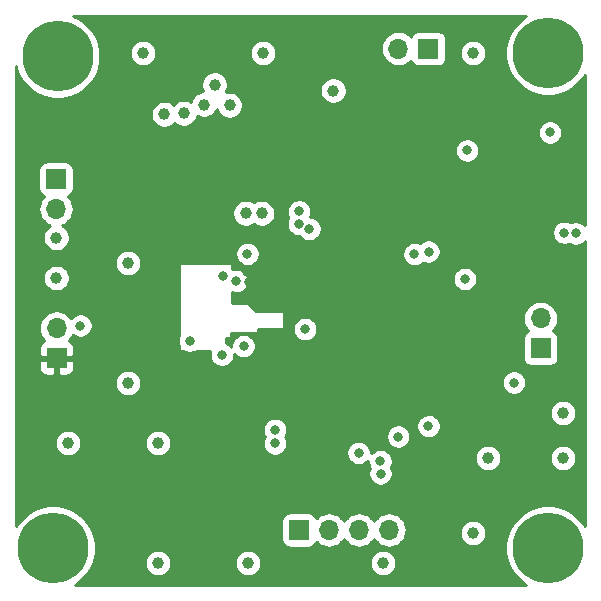
<source format=gbr>
G04 #@! TF.GenerationSoftware,KiCad,Pcbnew,(5.1.4)-1*
G04 #@! TF.CreationDate,2020-10-27T13:41:20+01:00*
G04 #@! TF.ProjectId,STm32f405xx board,53546d33-3266-4343-9035-787820626f61,rev?*
G04 #@! TF.SameCoordinates,Original*
G04 #@! TF.FileFunction,Copper,L3,Inr*
G04 #@! TF.FilePolarity,Positive*
%FSLAX46Y46*%
G04 Gerber Fmt 4.6, Leading zero omitted, Abs format (unit mm)*
G04 Created by KiCad (PCBNEW (5.1.4)-1) date 2020-10-27 13:41:20*
%MOMM*%
%LPD*%
G04 APERTURE LIST*
%ADD10C,0.800000*%
%ADD11C,6.000000*%
%ADD12O,1.700000X1.700000*%
%ADD13R,1.700000X1.700000*%
%ADD14C,1.000000*%
%ADD15C,0.254000*%
G04 APERTURE END LIST*
D10*
X126050990Y-54289010D03*
X124460000Y-53630000D03*
X122869010Y-54289010D03*
X122210000Y-55880000D03*
X122869010Y-57470990D03*
X124460000Y-58130000D03*
X126050990Y-57470990D03*
X126710000Y-55880000D03*
D11*
X124460000Y-55880000D03*
X124460000Y-97790000D03*
D10*
X126710000Y-97790000D03*
X126050990Y-99380990D03*
X124460000Y-100040000D03*
X122869010Y-99380990D03*
X122210000Y-97790000D03*
X122869010Y-96199010D03*
X124460000Y-95540000D03*
X126050990Y-96199010D03*
X84521990Y-54543010D03*
X82931000Y-53884000D03*
X81340010Y-54543010D03*
X80681000Y-56134000D03*
X81340010Y-57724990D03*
X82931000Y-58384000D03*
X84521990Y-57724990D03*
X85181000Y-56134000D03*
D11*
X82931000Y-56134000D03*
X82550000Y-97790000D03*
D10*
X84800000Y-97790000D03*
X84140990Y-99380990D03*
X82550000Y-100040000D03*
X80959010Y-99380990D03*
X80300000Y-97790000D03*
X80959010Y-96199010D03*
X82550000Y-95540000D03*
X84140990Y-96199010D03*
D12*
X123825000Y-78359000D03*
D13*
X123825000Y-80899000D03*
X114325400Y-55511700D03*
D12*
X111785400Y-55511700D03*
D13*
X103378000Y-96266000D03*
D12*
X105918000Y-96266000D03*
X108458000Y-96266000D03*
X110998000Y-96266000D03*
X82804000Y-69088000D03*
D13*
X82804000Y-66548000D03*
X82849720Y-81706720D03*
D12*
X82849720Y-79166720D03*
D14*
X99730560Y-62717680D03*
X98445320Y-66421000D03*
X99832160Y-66421000D03*
X102301040Y-67604640D03*
X102199440Y-62118240D03*
X98242120Y-62666880D03*
D10*
X101442520Y-71800720D03*
X101930200Y-70434200D03*
X99004120Y-74442320D03*
X115361720Y-74985880D03*
X115473480Y-74061320D03*
X112826800Y-85272880D03*
X114147600Y-86304120D03*
X103372920Y-89987120D03*
X103291640Y-90992960D03*
X95270320Y-86334600D03*
X99100640Y-75285600D03*
X93446600Y-85247480D03*
X97165160Y-85191600D03*
X104998520Y-69316600D03*
X109306360Y-70332600D03*
X84952840Y-81559400D03*
X124266960Y-71170800D03*
X117614700Y-64135000D03*
X103898000Y-79260000D03*
X96900000Y-74800000D03*
X94132400Y-80238600D03*
X99014280Y-72882760D03*
X103357680Y-70347840D03*
D14*
X95336360Y-60248800D03*
X93619320Y-60985400D03*
X97495360Y-60309760D03*
X96230440Y-58577480D03*
X91968320Y-61066680D03*
D10*
X114345720Y-72694800D03*
X117424200Y-75016360D03*
X121574560Y-83794600D03*
X114330480Y-87467440D03*
X110261400Y-90444320D03*
X108422440Y-89733120D03*
X101340920Y-88930480D03*
X96855280Y-81427320D03*
X98069400Y-75194160D03*
X113141760Y-72918320D03*
X111780320Y-88361520D03*
X101351080Y-87782400D03*
X98689160Y-80690720D03*
D14*
X98866960Y-69448680D03*
X100223320Y-69448680D03*
X106268520Y-59065160D03*
D10*
X110286800Y-91485720D03*
X104246680Y-70774560D03*
X103393240Y-69286120D03*
X84861400Y-78958440D03*
X125836680Y-71099680D03*
X126822200Y-71160640D03*
X124627640Y-62611000D03*
D14*
X82829400Y-71516240D03*
X82829400Y-74930000D03*
X88900000Y-73660000D03*
X90170000Y-55880000D03*
X100330000Y-55880000D03*
X100330000Y-55880000D03*
X118110000Y-55880000D03*
X125730000Y-86360000D03*
X125730000Y-90170000D03*
X119380000Y-90170000D03*
X118110000Y-96520000D03*
X110490000Y-99060000D03*
X99060000Y-99060000D03*
X91440000Y-99060000D03*
X91440000Y-88900000D03*
X83820000Y-88900000D03*
X88900000Y-83820000D03*
D15*
G36*
X122142823Y-53056511D02*
G01*
X121636511Y-53562823D01*
X121238705Y-54158182D01*
X120964691Y-54819710D01*
X120825000Y-55521984D01*
X120825000Y-56238016D01*
X120964691Y-56940290D01*
X121238705Y-57601818D01*
X121636511Y-58197177D01*
X122142823Y-58703489D01*
X122738182Y-59101295D01*
X123399710Y-59375309D01*
X124101984Y-59515000D01*
X124818016Y-59515000D01*
X125520290Y-59375309D01*
X126181818Y-59101295D01*
X126777177Y-58703489D01*
X127283489Y-58197177D01*
X127610001Y-57708517D01*
X127610001Y-70484730D01*
X127481974Y-70356703D01*
X127312456Y-70243435D01*
X127124098Y-70165414D01*
X126924139Y-70125640D01*
X126720261Y-70125640D01*
X126520302Y-70165414D01*
X126385172Y-70221387D01*
X126326936Y-70182475D01*
X126138578Y-70104454D01*
X125938619Y-70064680D01*
X125734741Y-70064680D01*
X125534782Y-70104454D01*
X125346424Y-70182475D01*
X125176906Y-70295743D01*
X125032743Y-70439906D01*
X124919475Y-70609424D01*
X124841454Y-70797782D01*
X124801680Y-70997741D01*
X124801680Y-71201619D01*
X124841454Y-71401578D01*
X124919475Y-71589936D01*
X125032743Y-71759454D01*
X125176906Y-71903617D01*
X125346424Y-72016885D01*
X125534782Y-72094906D01*
X125734741Y-72134680D01*
X125938619Y-72134680D01*
X126138578Y-72094906D01*
X126273708Y-72038933D01*
X126331944Y-72077845D01*
X126520302Y-72155866D01*
X126720261Y-72195640D01*
X126924139Y-72195640D01*
X127124098Y-72155866D01*
X127312456Y-72077845D01*
X127481974Y-71964577D01*
X127610001Y-71836550D01*
X127610000Y-95961482D01*
X127283489Y-95472823D01*
X126777177Y-94966511D01*
X126181818Y-94568705D01*
X125520290Y-94294691D01*
X124818016Y-94155000D01*
X124101984Y-94155000D01*
X123399710Y-94294691D01*
X122738182Y-94568705D01*
X122142823Y-94966511D01*
X121636511Y-95472823D01*
X121238705Y-96068182D01*
X120964691Y-96729710D01*
X120825000Y-97431984D01*
X120825000Y-98148016D01*
X120964691Y-98850290D01*
X121238705Y-99511818D01*
X121636511Y-100107177D01*
X122142823Y-100613489D01*
X122631481Y-100940000D01*
X84378519Y-100940000D01*
X84867177Y-100613489D01*
X85373489Y-100107177D01*
X85771295Y-99511818D01*
X86004748Y-98948212D01*
X90305000Y-98948212D01*
X90305000Y-99171788D01*
X90348617Y-99391067D01*
X90434176Y-99597624D01*
X90558388Y-99783520D01*
X90716480Y-99941612D01*
X90902376Y-100065824D01*
X91108933Y-100151383D01*
X91328212Y-100195000D01*
X91551788Y-100195000D01*
X91771067Y-100151383D01*
X91977624Y-100065824D01*
X92163520Y-99941612D01*
X92321612Y-99783520D01*
X92445824Y-99597624D01*
X92531383Y-99391067D01*
X92575000Y-99171788D01*
X92575000Y-98948212D01*
X97925000Y-98948212D01*
X97925000Y-99171788D01*
X97968617Y-99391067D01*
X98054176Y-99597624D01*
X98178388Y-99783520D01*
X98336480Y-99941612D01*
X98522376Y-100065824D01*
X98728933Y-100151383D01*
X98948212Y-100195000D01*
X99171788Y-100195000D01*
X99391067Y-100151383D01*
X99597624Y-100065824D01*
X99783520Y-99941612D01*
X99941612Y-99783520D01*
X100065824Y-99597624D01*
X100151383Y-99391067D01*
X100195000Y-99171788D01*
X100195000Y-98948212D01*
X109355000Y-98948212D01*
X109355000Y-99171788D01*
X109398617Y-99391067D01*
X109484176Y-99597624D01*
X109608388Y-99783520D01*
X109766480Y-99941612D01*
X109952376Y-100065824D01*
X110158933Y-100151383D01*
X110378212Y-100195000D01*
X110601788Y-100195000D01*
X110821067Y-100151383D01*
X111027624Y-100065824D01*
X111213520Y-99941612D01*
X111371612Y-99783520D01*
X111495824Y-99597624D01*
X111581383Y-99391067D01*
X111625000Y-99171788D01*
X111625000Y-98948212D01*
X111581383Y-98728933D01*
X111495824Y-98522376D01*
X111371612Y-98336480D01*
X111213520Y-98178388D01*
X111027624Y-98054176D01*
X110821067Y-97968617D01*
X110601788Y-97925000D01*
X110378212Y-97925000D01*
X110158933Y-97968617D01*
X109952376Y-98054176D01*
X109766480Y-98178388D01*
X109608388Y-98336480D01*
X109484176Y-98522376D01*
X109398617Y-98728933D01*
X109355000Y-98948212D01*
X100195000Y-98948212D01*
X100151383Y-98728933D01*
X100065824Y-98522376D01*
X99941612Y-98336480D01*
X99783520Y-98178388D01*
X99597624Y-98054176D01*
X99391067Y-97968617D01*
X99171788Y-97925000D01*
X98948212Y-97925000D01*
X98728933Y-97968617D01*
X98522376Y-98054176D01*
X98336480Y-98178388D01*
X98178388Y-98336480D01*
X98054176Y-98522376D01*
X97968617Y-98728933D01*
X97925000Y-98948212D01*
X92575000Y-98948212D01*
X92531383Y-98728933D01*
X92445824Y-98522376D01*
X92321612Y-98336480D01*
X92163520Y-98178388D01*
X91977624Y-98054176D01*
X91771067Y-97968617D01*
X91551788Y-97925000D01*
X91328212Y-97925000D01*
X91108933Y-97968617D01*
X90902376Y-98054176D01*
X90716480Y-98178388D01*
X90558388Y-98336480D01*
X90434176Y-98522376D01*
X90348617Y-98728933D01*
X90305000Y-98948212D01*
X86004748Y-98948212D01*
X86045309Y-98850290D01*
X86185000Y-98148016D01*
X86185000Y-97431984D01*
X86045309Y-96729710D01*
X85771295Y-96068182D01*
X85373489Y-95472823D01*
X85316666Y-95416000D01*
X101889928Y-95416000D01*
X101889928Y-97116000D01*
X101902188Y-97240482D01*
X101938498Y-97360180D01*
X101997463Y-97470494D01*
X102076815Y-97567185D01*
X102173506Y-97646537D01*
X102283820Y-97705502D01*
X102403518Y-97741812D01*
X102528000Y-97754072D01*
X104228000Y-97754072D01*
X104352482Y-97741812D01*
X104472180Y-97705502D01*
X104582494Y-97646537D01*
X104679185Y-97567185D01*
X104758537Y-97470494D01*
X104817502Y-97360180D01*
X104838393Y-97291313D01*
X104862866Y-97321134D01*
X105088986Y-97506706D01*
X105346966Y-97644599D01*
X105626889Y-97729513D01*
X105845050Y-97751000D01*
X105990950Y-97751000D01*
X106209111Y-97729513D01*
X106489034Y-97644599D01*
X106747014Y-97506706D01*
X106973134Y-97321134D01*
X107158706Y-97095014D01*
X107188000Y-97040209D01*
X107217294Y-97095014D01*
X107402866Y-97321134D01*
X107628986Y-97506706D01*
X107886966Y-97644599D01*
X108166889Y-97729513D01*
X108385050Y-97751000D01*
X108530950Y-97751000D01*
X108749111Y-97729513D01*
X109029034Y-97644599D01*
X109287014Y-97506706D01*
X109513134Y-97321134D01*
X109698706Y-97095014D01*
X109728000Y-97040209D01*
X109757294Y-97095014D01*
X109942866Y-97321134D01*
X110168986Y-97506706D01*
X110426966Y-97644599D01*
X110706889Y-97729513D01*
X110925050Y-97751000D01*
X111070950Y-97751000D01*
X111289111Y-97729513D01*
X111569034Y-97644599D01*
X111827014Y-97506706D01*
X112053134Y-97321134D01*
X112238706Y-97095014D01*
X112376599Y-96837034D01*
X112461513Y-96557111D01*
X112476178Y-96408212D01*
X116975000Y-96408212D01*
X116975000Y-96631788D01*
X117018617Y-96851067D01*
X117104176Y-97057624D01*
X117228388Y-97243520D01*
X117386480Y-97401612D01*
X117572376Y-97525824D01*
X117778933Y-97611383D01*
X117998212Y-97655000D01*
X118221788Y-97655000D01*
X118441067Y-97611383D01*
X118647624Y-97525824D01*
X118833520Y-97401612D01*
X118991612Y-97243520D01*
X119115824Y-97057624D01*
X119201383Y-96851067D01*
X119245000Y-96631788D01*
X119245000Y-96408212D01*
X119201383Y-96188933D01*
X119115824Y-95982376D01*
X118991612Y-95796480D01*
X118833520Y-95638388D01*
X118647624Y-95514176D01*
X118441067Y-95428617D01*
X118221788Y-95385000D01*
X117998212Y-95385000D01*
X117778933Y-95428617D01*
X117572376Y-95514176D01*
X117386480Y-95638388D01*
X117228388Y-95796480D01*
X117104176Y-95982376D01*
X117018617Y-96188933D01*
X116975000Y-96408212D01*
X112476178Y-96408212D01*
X112490185Y-96266000D01*
X112461513Y-95974889D01*
X112376599Y-95694966D01*
X112238706Y-95436986D01*
X112053134Y-95210866D01*
X111827014Y-95025294D01*
X111569034Y-94887401D01*
X111289111Y-94802487D01*
X111070950Y-94781000D01*
X110925050Y-94781000D01*
X110706889Y-94802487D01*
X110426966Y-94887401D01*
X110168986Y-95025294D01*
X109942866Y-95210866D01*
X109757294Y-95436986D01*
X109728000Y-95491791D01*
X109698706Y-95436986D01*
X109513134Y-95210866D01*
X109287014Y-95025294D01*
X109029034Y-94887401D01*
X108749111Y-94802487D01*
X108530950Y-94781000D01*
X108385050Y-94781000D01*
X108166889Y-94802487D01*
X107886966Y-94887401D01*
X107628986Y-95025294D01*
X107402866Y-95210866D01*
X107217294Y-95436986D01*
X107188000Y-95491791D01*
X107158706Y-95436986D01*
X106973134Y-95210866D01*
X106747014Y-95025294D01*
X106489034Y-94887401D01*
X106209111Y-94802487D01*
X105990950Y-94781000D01*
X105845050Y-94781000D01*
X105626889Y-94802487D01*
X105346966Y-94887401D01*
X105088986Y-95025294D01*
X104862866Y-95210866D01*
X104838393Y-95240687D01*
X104817502Y-95171820D01*
X104758537Y-95061506D01*
X104679185Y-94964815D01*
X104582494Y-94885463D01*
X104472180Y-94826498D01*
X104352482Y-94790188D01*
X104228000Y-94777928D01*
X102528000Y-94777928D01*
X102403518Y-94790188D01*
X102283820Y-94826498D01*
X102173506Y-94885463D01*
X102076815Y-94964815D01*
X101997463Y-95061506D01*
X101938498Y-95171820D01*
X101902188Y-95291518D01*
X101889928Y-95416000D01*
X85316666Y-95416000D01*
X84867177Y-94966511D01*
X84271818Y-94568705D01*
X83610290Y-94294691D01*
X82908016Y-94155000D01*
X82191984Y-94155000D01*
X81489710Y-94294691D01*
X80828182Y-94568705D01*
X80232823Y-94966511D01*
X79726511Y-95472823D01*
X79400000Y-95961481D01*
X79400000Y-88788212D01*
X82685000Y-88788212D01*
X82685000Y-89011788D01*
X82728617Y-89231067D01*
X82814176Y-89437624D01*
X82938388Y-89623520D01*
X83096480Y-89781612D01*
X83282376Y-89905824D01*
X83488933Y-89991383D01*
X83708212Y-90035000D01*
X83931788Y-90035000D01*
X84151067Y-89991383D01*
X84357624Y-89905824D01*
X84543520Y-89781612D01*
X84701612Y-89623520D01*
X84825824Y-89437624D01*
X84911383Y-89231067D01*
X84955000Y-89011788D01*
X84955000Y-88788212D01*
X90305000Y-88788212D01*
X90305000Y-89011788D01*
X90348617Y-89231067D01*
X90434176Y-89437624D01*
X90558388Y-89623520D01*
X90716480Y-89781612D01*
X90902376Y-89905824D01*
X91108933Y-89991383D01*
X91328212Y-90035000D01*
X91551788Y-90035000D01*
X91771067Y-89991383D01*
X91977624Y-89905824D01*
X92163520Y-89781612D01*
X92321612Y-89623520D01*
X92445824Y-89437624D01*
X92531383Y-89231067D01*
X92575000Y-89011788D01*
X92575000Y-88828541D01*
X100305920Y-88828541D01*
X100305920Y-89032419D01*
X100345694Y-89232378D01*
X100423715Y-89420736D01*
X100536983Y-89590254D01*
X100681146Y-89734417D01*
X100850664Y-89847685D01*
X101039022Y-89925706D01*
X101238981Y-89965480D01*
X101442859Y-89965480D01*
X101642818Y-89925706D01*
X101831176Y-89847685D01*
X102000694Y-89734417D01*
X102103930Y-89631181D01*
X107387440Y-89631181D01*
X107387440Y-89835059D01*
X107427214Y-90035018D01*
X107505235Y-90223376D01*
X107618503Y-90392894D01*
X107762666Y-90537057D01*
X107932184Y-90650325D01*
X108120542Y-90728346D01*
X108320501Y-90768120D01*
X108524379Y-90768120D01*
X108724338Y-90728346D01*
X108912696Y-90650325D01*
X109082214Y-90537057D01*
X109226377Y-90392894D01*
X109226400Y-90392860D01*
X109226400Y-90546259D01*
X109266174Y-90746218D01*
X109344195Y-90934576D01*
X109377237Y-90984027D01*
X109369595Y-90995464D01*
X109291574Y-91183822D01*
X109251800Y-91383781D01*
X109251800Y-91587659D01*
X109291574Y-91787618D01*
X109369595Y-91975976D01*
X109482863Y-92145494D01*
X109627026Y-92289657D01*
X109796544Y-92402925D01*
X109984902Y-92480946D01*
X110184861Y-92520720D01*
X110388739Y-92520720D01*
X110588698Y-92480946D01*
X110777056Y-92402925D01*
X110946574Y-92289657D01*
X111090737Y-92145494D01*
X111204005Y-91975976D01*
X111282026Y-91787618D01*
X111321800Y-91587659D01*
X111321800Y-91383781D01*
X111282026Y-91183822D01*
X111204005Y-90995464D01*
X111170963Y-90946013D01*
X111178605Y-90934576D01*
X111256626Y-90746218D01*
X111296400Y-90546259D01*
X111296400Y-90342381D01*
X111256626Y-90142422D01*
X111221745Y-90058212D01*
X118245000Y-90058212D01*
X118245000Y-90281788D01*
X118288617Y-90501067D01*
X118374176Y-90707624D01*
X118498388Y-90893520D01*
X118656480Y-91051612D01*
X118842376Y-91175824D01*
X119048933Y-91261383D01*
X119268212Y-91305000D01*
X119491788Y-91305000D01*
X119711067Y-91261383D01*
X119917624Y-91175824D01*
X120103520Y-91051612D01*
X120261612Y-90893520D01*
X120385824Y-90707624D01*
X120471383Y-90501067D01*
X120515000Y-90281788D01*
X120515000Y-90058212D01*
X124595000Y-90058212D01*
X124595000Y-90281788D01*
X124638617Y-90501067D01*
X124724176Y-90707624D01*
X124848388Y-90893520D01*
X125006480Y-91051612D01*
X125192376Y-91175824D01*
X125398933Y-91261383D01*
X125618212Y-91305000D01*
X125841788Y-91305000D01*
X126061067Y-91261383D01*
X126267624Y-91175824D01*
X126453520Y-91051612D01*
X126611612Y-90893520D01*
X126735824Y-90707624D01*
X126821383Y-90501067D01*
X126865000Y-90281788D01*
X126865000Y-90058212D01*
X126821383Y-89838933D01*
X126735824Y-89632376D01*
X126611612Y-89446480D01*
X126453520Y-89288388D01*
X126267624Y-89164176D01*
X126061067Y-89078617D01*
X125841788Y-89035000D01*
X125618212Y-89035000D01*
X125398933Y-89078617D01*
X125192376Y-89164176D01*
X125006480Y-89288388D01*
X124848388Y-89446480D01*
X124724176Y-89632376D01*
X124638617Y-89838933D01*
X124595000Y-90058212D01*
X120515000Y-90058212D01*
X120471383Y-89838933D01*
X120385824Y-89632376D01*
X120261612Y-89446480D01*
X120103520Y-89288388D01*
X119917624Y-89164176D01*
X119711067Y-89078617D01*
X119491788Y-89035000D01*
X119268212Y-89035000D01*
X119048933Y-89078617D01*
X118842376Y-89164176D01*
X118656480Y-89288388D01*
X118498388Y-89446480D01*
X118374176Y-89632376D01*
X118288617Y-89838933D01*
X118245000Y-90058212D01*
X111221745Y-90058212D01*
X111178605Y-89954064D01*
X111065337Y-89784546D01*
X110921174Y-89640383D01*
X110751656Y-89527115D01*
X110563298Y-89449094D01*
X110363339Y-89409320D01*
X110159461Y-89409320D01*
X109959502Y-89449094D01*
X109771144Y-89527115D01*
X109601626Y-89640383D01*
X109457463Y-89784546D01*
X109457440Y-89784580D01*
X109457440Y-89631181D01*
X109417666Y-89431222D01*
X109339645Y-89242864D01*
X109226377Y-89073346D01*
X109082214Y-88929183D01*
X108912696Y-88815915D01*
X108724338Y-88737894D01*
X108524379Y-88698120D01*
X108320501Y-88698120D01*
X108120542Y-88737894D01*
X107932184Y-88815915D01*
X107762666Y-88929183D01*
X107618503Y-89073346D01*
X107505235Y-89242864D01*
X107427214Y-89431222D01*
X107387440Y-89631181D01*
X102103930Y-89631181D01*
X102144857Y-89590254D01*
X102258125Y-89420736D01*
X102336146Y-89232378D01*
X102375920Y-89032419D01*
X102375920Y-88828541D01*
X102336146Y-88628582D01*
X102258125Y-88440224D01*
X102207222Y-88364043D01*
X102268285Y-88272656D01*
X102273700Y-88259581D01*
X110745320Y-88259581D01*
X110745320Y-88463459D01*
X110785094Y-88663418D01*
X110863115Y-88851776D01*
X110976383Y-89021294D01*
X111120546Y-89165457D01*
X111290064Y-89278725D01*
X111478422Y-89356746D01*
X111678381Y-89396520D01*
X111882259Y-89396520D01*
X112082218Y-89356746D01*
X112270576Y-89278725D01*
X112440094Y-89165457D01*
X112584257Y-89021294D01*
X112697525Y-88851776D01*
X112775546Y-88663418D01*
X112815320Y-88463459D01*
X112815320Y-88259581D01*
X112775546Y-88059622D01*
X112697525Y-87871264D01*
X112584257Y-87701746D01*
X112440094Y-87557583D01*
X112270576Y-87444315D01*
X112082218Y-87366294D01*
X112078232Y-87365501D01*
X113295480Y-87365501D01*
X113295480Y-87569379D01*
X113335254Y-87769338D01*
X113413275Y-87957696D01*
X113526543Y-88127214D01*
X113670706Y-88271377D01*
X113840224Y-88384645D01*
X114028582Y-88462666D01*
X114228541Y-88502440D01*
X114432419Y-88502440D01*
X114632378Y-88462666D01*
X114820736Y-88384645D01*
X114990254Y-88271377D01*
X115134417Y-88127214D01*
X115247685Y-87957696D01*
X115325706Y-87769338D01*
X115365480Y-87569379D01*
X115365480Y-87365501D01*
X115325706Y-87165542D01*
X115247685Y-86977184D01*
X115134417Y-86807666D01*
X114990254Y-86663503D01*
X114820736Y-86550235D01*
X114632378Y-86472214D01*
X114432419Y-86432440D01*
X114228541Y-86432440D01*
X114028582Y-86472214D01*
X113840224Y-86550235D01*
X113670706Y-86663503D01*
X113526543Y-86807666D01*
X113413275Y-86977184D01*
X113335254Y-87165542D01*
X113295480Y-87365501D01*
X112078232Y-87365501D01*
X111882259Y-87326520D01*
X111678381Y-87326520D01*
X111478422Y-87366294D01*
X111290064Y-87444315D01*
X111120546Y-87557583D01*
X110976383Y-87701746D01*
X110863115Y-87871264D01*
X110785094Y-88059622D01*
X110745320Y-88259581D01*
X102273700Y-88259581D01*
X102346306Y-88084298D01*
X102386080Y-87884339D01*
X102386080Y-87680461D01*
X102346306Y-87480502D01*
X102268285Y-87292144D01*
X102155017Y-87122626D01*
X102010854Y-86978463D01*
X101841336Y-86865195D01*
X101652978Y-86787174D01*
X101453019Y-86747400D01*
X101249141Y-86747400D01*
X101049182Y-86787174D01*
X100860824Y-86865195D01*
X100691306Y-86978463D01*
X100547143Y-87122626D01*
X100433875Y-87292144D01*
X100355854Y-87480502D01*
X100316080Y-87680461D01*
X100316080Y-87884339D01*
X100355854Y-88084298D01*
X100433875Y-88272656D01*
X100484778Y-88348837D01*
X100423715Y-88440224D01*
X100345694Y-88628582D01*
X100305920Y-88828541D01*
X92575000Y-88828541D01*
X92575000Y-88788212D01*
X92531383Y-88568933D01*
X92445824Y-88362376D01*
X92321612Y-88176480D01*
X92163520Y-88018388D01*
X91977624Y-87894176D01*
X91771067Y-87808617D01*
X91551788Y-87765000D01*
X91328212Y-87765000D01*
X91108933Y-87808617D01*
X90902376Y-87894176D01*
X90716480Y-88018388D01*
X90558388Y-88176480D01*
X90434176Y-88362376D01*
X90348617Y-88568933D01*
X90305000Y-88788212D01*
X84955000Y-88788212D01*
X84911383Y-88568933D01*
X84825824Y-88362376D01*
X84701612Y-88176480D01*
X84543520Y-88018388D01*
X84357624Y-87894176D01*
X84151067Y-87808617D01*
X83931788Y-87765000D01*
X83708212Y-87765000D01*
X83488933Y-87808617D01*
X83282376Y-87894176D01*
X83096480Y-88018388D01*
X82938388Y-88176480D01*
X82814176Y-88362376D01*
X82728617Y-88568933D01*
X82685000Y-88788212D01*
X79400000Y-88788212D01*
X79400000Y-86248212D01*
X124595000Y-86248212D01*
X124595000Y-86471788D01*
X124638617Y-86691067D01*
X124724176Y-86897624D01*
X124848388Y-87083520D01*
X125006480Y-87241612D01*
X125192376Y-87365824D01*
X125398933Y-87451383D01*
X125618212Y-87495000D01*
X125841788Y-87495000D01*
X126061067Y-87451383D01*
X126267624Y-87365824D01*
X126453520Y-87241612D01*
X126611612Y-87083520D01*
X126735824Y-86897624D01*
X126821383Y-86691067D01*
X126865000Y-86471788D01*
X126865000Y-86248212D01*
X126821383Y-86028933D01*
X126735824Y-85822376D01*
X126611612Y-85636480D01*
X126453520Y-85478388D01*
X126267624Y-85354176D01*
X126061067Y-85268617D01*
X125841788Y-85225000D01*
X125618212Y-85225000D01*
X125398933Y-85268617D01*
X125192376Y-85354176D01*
X125006480Y-85478388D01*
X124848388Y-85636480D01*
X124724176Y-85822376D01*
X124638617Y-86028933D01*
X124595000Y-86248212D01*
X79400000Y-86248212D01*
X79400000Y-83708212D01*
X87765000Y-83708212D01*
X87765000Y-83931788D01*
X87808617Y-84151067D01*
X87894176Y-84357624D01*
X88018388Y-84543520D01*
X88176480Y-84701612D01*
X88362376Y-84825824D01*
X88568933Y-84911383D01*
X88788212Y-84955000D01*
X89011788Y-84955000D01*
X89231067Y-84911383D01*
X89437624Y-84825824D01*
X89623520Y-84701612D01*
X89781612Y-84543520D01*
X89905824Y-84357624D01*
X89991383Y-84151067D01*
X90035000Y-83931788D01*
X90035000Y-83708212D01*
X90031907Y-83692661D01*
X120539560Y-83692661D01*
X120539560Y-83896539D01*
X120579334Y-84096498D01*
X120657355Y-84284856D01*
X120770623Y-84454374D01*
X120914786Y-84598537D01*
X121084304Y-84711805D01*
X121272662Y-84789826D01*
X121472621Y-84829600D01*
X121676499Y-84829600D01*
X121876458Y-84789826D01*
X122064816Y-84711805D01*
X122234334Y-84598537D01*
X122378497Y-84454374D01*
X122491765Y-84284856D01*
X122569786Y-84096498D01*
X122609560Y-83896539D01*
X122609560Y-83692661D01*
X122569786Y-83492702D01*
X122491765Y-83304344D01*
X122378497Y-83134826D01*
X122234334Y-82990663D01*
X122064816Y-82877395D01*
X121876458Y-82799374D01*
X121676499Y-82759600D01*
X121472621Y-82759600D01*
X121272662Y-82799374D01*
X121084304Y-82877395D01*
X120914786Y-82990663D01*
X120770623Y-83134826D01*
X120657355Y-83304344D01*
X120579334Y-83492702D01*
X120539560Y-83692661D01*
X90031907Y-83692661D01*
X89991383Y-83488933D01*
X89905824Y-83282376D01*
X89781612Y-83096480D01*
X89623520Y-82938388D01*
X89437624Y-82814176D01*
X89231067Y-82728617D01*
X89011788Y-82685000D01*
X88788212Y-82685000D01*
X88568933Y-82728617D01*
X88362376Y-82814176D01*
X88176480Y-82938388D01*
X88018388Y-83096480D01*
X87894176Y-83282376D01*
X87808617Y-83488933D01*
X87765000Y-83708212D01*
X79400000Y-83708212D01*
X79400000Y-82556720D01*
X81361648Y-82556720D01*
X81373908Y-82681202D01*
X81410218Y-82800900D01*
X81469183Y-82911214D01*
X81548535Y-83007905D01*
X81645226Y-83087257D01*
X81755540Y-83146222D01*
X81875238Y-83182532D01*
X81999720Y-83194792D01*
X82563970Y-83191720D01*
X82722720Y-83032970D01*
X82722720Y-81833720D01*
X82976720Y-81833720D01*
X82976720Y-83032970D01*
X83135470Y-83191720D01*
X83699720Y-83194792D01*
X83824202Y-83182532D01*
X83943900Y-83146222D01*
X84054214Y-83087257D01*
X84150905Y-83007905D01*
X84230257Y-82911214D01*
X84289222Y-82800900D01*
X84325532Y-82681202D01*
X84337792Y-82556720D01*
X84334720Y-81992470D01*
X84175970Y-81833720D01*
X82976720Y-81833720D01*
X82722720Y-81833720D01*
X81523470Y-81833720D01*
X81364720Y-81992470D01*
X81361648Y-82556720D01*
X79400000Y-82556720D01*
X79400000Y-79166720D01*
X81357535Y-79166720D01*
X81386207Y-79457831D01*
X81471121Y-79737754D01*
X81609014Y-79995734D01*
X81794586Y-80221854D01*
X81824407Y-80246327D01*
X81755540Y-80267218D01*
X81645226Y-80326183D01*
X81548535Y-80405535D01*
X81469183Y-80502226D01*
X81410218Y-80612540D01*
X81373908Y-80732238D01*
X81361648Y-80856720D01*
X81364720Y-81420970D01*
X81523470Y-81579720D01*
X82722720Y-81579720D01*
X82722720Y-81559720D01*
X82976720Y-81559720D01*
X82976720Y-81579720D01*
X84175970Y-81579720D01*
X84334720Y-81420970D01*
X84337792Y-80856720D01*
X84325532Y-80732238D01*
X84289222Y-80612540D01*
X84230257Y-80502226D01*
X84150905Y-80405535D01*
X84054214Y-80326183D01*
X83943900Y-80267218D01*
X83875033Y-80246327D01*
X83904854Y-80221854D01*
X83974770Y-80136661D01*
X93097400Y-80136661D01*
X93097400Y-80340539D01*
X93137174Y-80540498D01*
X93215195Y-80728856D01*
X93218000Y-80733054D01*
X93218000Y-81026000D01*
X93220440Y-81050776D01*
X93227667Y-81074601D01*
X93239403Y-81096557D01*
X93255197Y-81115803D01*
X93274443Y-81131597D01*
X93296399Y-81143333D01*
X93320224Y-81150560D01*
X93345000Y-81153000D01*
X93637946Y-81153000D01*
X93642144Y-81155805D01*
X93830502Y-81233826D01*
X94030461Y-81273600D01*
X94234339Y-81273600D01*
X94434298Y-81233826D01*
X94622656Y-81155805D01*
X94626854Y-81153000D01*
X95854568Y-81153000D01*
X95820280Y-81325381D01*
X95820280Y-81529259D01*
X95860054Y-81729218D01*
X95938075Y-81917576D01*
X96051343Y-82087094D01*
X96195506Y-82231257D01*
X96365024Y-82344525D01*
X96553382Y-82422546D01*
X96753341Y-82462320D01*
X96957219Y-82462320D01*
X97157178Y-82422546D01*
X97345536Y-82344525D01*
X97515054Y-82231257D01*
X97659217Y-82087094D01*
X97772485Y-81917576D01*
X97850506Y-81729218D01*
X97890280Y-81529259D01*
X97890280Y-81355551D01*
X98029386Y-81494657D01*
X98198904Y-81607925D01*
X98387262Y-81685946D01*
X98587221Y-81725720D01*
X98791099Y-81725720D01*
X98991058Y-81685946D01*
X99179416Y-81607925D01*
X99348934Y-81494657D01*
X99493097Y-81350494D01*
X99606365Y-81180976D01*
X99684386Y-80992618D01*
X99724160Y-80792659D01*
X99724160Y-80588781D01*
X99684386Y-80388822D01*
X99606365Y-80200464D01*
X99493097Y-80030946D01*
X99348934Y-79886783D01*
X99179416Y-79773515D01*
X98991058Y-79695494D01*
X98791099Y-79655720D01*
X98587221Y-79655720D01*
X98387262Y-79695494D01*
X98198904Y-79773515D01*
X98029386Y-79886783D01*
X97885223Y-80030946D01*
X97771955Y-80200464D01*
X97693934Y-80388822D01*
X97654160Y-80588781D01*
X97654160Y-80762489D01*
X97515054Y-80623383D01*
X97345536Y-80510115D01*
X97157178Y-80432094D01*
X97155000Y-80431661D01*
X97155000Y-80010000D01*
X97497900Y-80010000D01*
X97522676Y-80007560D01*
X97546501Y-80000333D01*
X97568457Y-79988597D01*
X97587703Y-79972803D01*
X97603497Y-79953557D01*
X97615233Y-79931601D01*
X97622460Y-79907776D01*
X97624900Y-79883000D01*
X97624900Y-79565500D01*
X99809300Y-79565500D01*
X99834076Y-79563060D01*
X99857901Y-79555833D01*
X99879857Y-79544097D01*
X99899103Y-79528303D01*
X99914897Y-79509057D01*
X99926633Y-79487101D01*
X99933860Y-79463276D01*
X99936199Y-79443576D01*
X99944530Y-79235300D01*
X101981000Y-79235300D01*
X102005776Y-79232860D01*
X102029601Y-79225633D01*
X102051557Y-79213897D01*
X102070803Y-79198103D01*
X102086597Y-79178857D01*
X102097712Y-79158061D01*
X102863000Y-79158061D01*
X102863000Y-79361939D01*
X102902774Y-79561898D01*
X102980795Y-79750256D01*
X103094063Y-79919774D01*
X103238226Y-80063937D01*
X103407744Y-80177205D01*
X103596102Y-80255226D01*
X103796061Y-80295000D01*
X103999939Y-80295000D01*
X104199898Y-80255226D01*
X104388256Y-80177205D01*
X104557774Y-80063937D01*
X104701937Y-79919774D01*
X104815205Y-79750256D01*
X104893226Y-79561898D01*
X104933000Y-79361939D01*
X104933000Y-79158061D01*
X104893226Y-78958102D01*
X104815205Y-78769744D01*
X104701937Y-78600226D01*
X104557774Y-78456063D01*
X104412509Y-78359000D01*
X122332815Y-78359000D01*
X122361487Y-78650111D01*
X122446401Y-78930034D01*
X122584294Y-79188014D01*
X122769866Y-79414134D01*
X122799687Y-79438607D01*
X122730820Y-79459498D01*
X122620506Y-79518463D01*
X122523815Y-79597815D01*
X122444463Y-79694506D01*
X122385498Y-79804820D01*
X122349188Y-79924518D01*
X122336928Y-80049000D01*
X122336928Y-81749000D01*
X122349188Y-81873482D01*
X122385498Y-81993180D01*
X122444463Y-82103494D01*
X122523815Y-82200185D01*
X122620506Y-82279537D01*
X122730820Y-82338502D01*
X122850518Y-82374812D01*
X122975000Y-82387072D01*
X124675000Y-82387072D01*
X124799482Y-82374812D01*
X124919180Y-82338502D01*
X125029494Y-82279537D01*
X125126185Y-82200185D01*
X125205537Y-82103494D01*
X125264502Y-81993180D01*
X125300812Y-81873482D01*
X125313072Y-81749000D01*
X125313072Y-80049000D01*
X125300812Y-79924518D01*
X125264502Y-79804820D01*
X125205537Y-79694506D01*
X125126185Y-79597815D01*
X125029494Y-79518463D01*
X124919180Y-79459498D01*
X124850313Y-79438607D01*
X124880134Y-79414134D01*
X125065706Y-79188014D01*
X125203599Y-78930034D01*
X125288513Y-78650111D01*
X125317185Y-78359000D01*
X125288513Y-78067889D01*
X125203599Y-77787966D01*
X125065706Y-77529986D01*
X124880134Y-77303866D01*
X124654014Y-77118294D01*
X124396034Y-76980401D01*
X124116111Y-76895487D01*
X123897950Y-76874000D01*
X123752050Y-76874000D01*
X123533889Y-76895487D01*
X123253966Y-76980401D01*
X122995986Y-77118294D01*
X122769866Y-77303866D01*
X122584294Y-77529986D01*
X122446401Y-77787966D01*
X122361487Y-78067889D01*
X122332815Y-78359000D01*
X104412509Y-78359000D01*
X104388256Y-78342795D01*
X104199898Y-78264774D01*
X103999939Y-78225000D01*
X103796061Y-78225000D01*
X103596102Y-78264774D01*
X103407744Y-78342795D01*
X103238226Y-78456063D01*
X103094063Y-78600226D01*
X102980795Y-78769744D01*
X102902774Y-78958102D01*
X102863000Y-79158061D01*
X102097712Y-79158061D01*
X102098333Y-79156901D01*
X102105560Y-79133076D01*
X102107994Y-79107055D01*
X102095294Y-77811655D01*
X102092611Y-77786904D01*
X102085151Y-77763151D01*
X102073200Y-77741311D01*
X102057218Y-77722221D01*
X102037819Y-77706617D01*
X102015748Y-77695096D01*
X101991854Y-77688103D01*
X101966897Y-77685908D01*
X99718229Y-77710755D01*
X99031293Y-77084077D01*
X99011345Y-77069181D01*
X98988873Y-77058463D01*
X98964743Y-77052336D01*
X98945700Y-77050900D01*
X97675225Y-77050900D01*
X97671850Y-76149765D01*
X97767502Y-76189386D01*
X97967461Y-76229160D01*
X98171339Y-76229160D01*
X98371298Y-76189386D01*
X98559656Y-76111365D01*
X98729174Y-75998097D01*
X98873337Y-75853934D01*
X98986605Y-75684416D01*
X99064626Y-75496058D01*
X99104400Y-75296099D01*
X99104400Y-75092221D01*
X99069034Y-74914421D01*
X116389200Y-74914421D01*
X116389200Y-75118299D01*
X116428974Y-75318258D01*
X116506995Y-75506616D01*
X116620263Y-75676134D01*
X116764426Y-75820297D01*
X116933944Y-75933565D01*
X117122302Y-76011586D01*
X117322261Y-76051360D01*
X117526139Y-76051360D01*
X117726098Y-76011586D01*
X117914456Y-75933565D01*
X118083974Y-75820297D01*
X118228137Y-75676134D01*
X118341405Y-75506616D01*
X118419426Y-75318258D01*
X118459200Y-75118299D01*
X118459200Y-74914421D01*
X118419426Y-74714462D01*
X118341405Y-74526104D01*
X118228137Y-74356586D01*
X118083974Y-74212423D01*
X117914456Y-74099155D01*
X117726098Y-74021134D01*
X117526139Y-73981360D01*
X117322261Y-73981360D01*
X117122302Y-74021134D01*
X116933944Y-74099155D01*
X116764426Y-74212423D01*
X116620263Y-74356586D01*
X116506995Y-74526104D01*
X116428974Y-74714462D01*
X116389200Y-74914421D01*
X99069034Y-74914421D01*
X99064626Y-74892262D01*
X98986605Y-74703904D01*
X98873337Y-74534386D01*
X98729174Y-74390223D01*
X98559656Y-74276955D01*
X98371298Y-74198934D01*
X98171339Y-74159160D01*
X97967461Y-74159160D01*
X97767502Y-74198934D01*
X97748440Y-74206830D01*
X97703937Y-74140226D01*
X97664175Y-74100464D01*
X97662999Y-73786524D01*
X97660466Y-73761757D01*
X97653150Y-73737960D01*
X97641332Y-73716048D01*
X97625466Y-73696862D01*
X97606161Y-73681140D01*
X97584161Y-73669486D01*
X97560310Y-73662348D01*
X97536000Y-73660000D01*
X93345000Y-73660000D01*
X93320224Y-73662440D01*
X93296399Y-73669667D01*
X93274443Y-73681403D01*
X93255197Y-73697197D01*
X93239403Y-73716443D01*
X93227667Y-73738399D01*
X93220440Y-73762224D01*
X93218000Y-73787000D01*
X93218000Y-79744146D01*
X93215195Y-79748344D01*
X93137174Y-79936702D01*
X93097400Y-80136661D01*
X83974770Y-80136661D01*
X84090426Y-79995734D01*
X84211597Y-79769039D01*
X84371144Y-79875645D01*
X84559502Y-79953666D01*
X84759461Y-79993440D01*
X84963339Y-79993440D01*
X85163298Y-79953666D01*
X85351656Y-79875645D01*
X85521174Y-79762377D01*
X85665337Y-79618214D01*
X85778605Y-79448696D01*
X85856626Y-79260338D01*
X85896400Y-79060379D01*
X85896400Y-78856501D01*
X85856626Y-78656542D01*
X85778605Y-78468184D01*
X85665337Y-78298666D01*
X85521174Y-78154503D01*
X85351656Y-78041235D01*
X85163298Y-77963214D01*
X84963339Y-77923440D01*
X84759461Y-77923440D01*
X84559502Y-77963214D01*
X84371144Y-78041235D01*
X84201626Y-78154503D01*
X84057970Y-78298159D01*
X83904854Y-78111586D01*
X83678734Y-77926014D01*
X83420754Y-77788121D01*
X83140831Y-77703207D01*
X82922670Y-77681720D01*
X82776770Y-77681720D01*
X82558609Y-77703207D01*
X82278686Y-77788121D01*
X82020706Y-77926014D01*
X81794586Y-78111586D01*
X81609014Y-78337706D01*
X81471121Y-78595686D01*
X81386207Y-78875609D01*
X81357535Y-79166720D01*
X79400000Y-79166720D01*
X79400000Y-74818212D01*
X81694400Y-74818212D01*
X81694400Y-75041788D01*
X81738017Y-75261067D01*
X81823576Y-75467624D01*
X81947788Y-75653520D01*
X82105880Y-75811612D01*
X82291776Y-75935824D01*
X82498333Y-76021383D01*
X82717612Y-76065000D01*
X82941188Y-76065000D01*
X83160467Y-76021383D01*
X83367024Y-75935824D01*
X83552920Y-75811612D01*
X83711012Y-75653520D01*
X83835224Y-75467624D01*
X83920783Y-75261067D01*
X83964400Y-75041788D01*
X83964400Y-74818212D01*
X83920783Y-74598933D01*
X83835224Y-74392376D01*
X83711012Y-74206480D01*
X83552920Y-74048388D01*
X83367024Y-73924176D01*
X83160467Y-73838617D01*
X82941188Y-73795000D01*
X82717612Y-73795000D01*
X82498333Y-73838617D01*
X82291776Y-73924176D01*
X82105880Y-74048388D01*
X81947788Y-74206480D01*
X81823576Y-74392376D01*
X81738017Y-74598933D01*
X81694400Y-74818212D01*
X79400000Y-74818212D01*
X79400000Y-73548212D01*
X87765000Y-73548212D01*
X87765000Y-73771788D01*
X87808617Y-73991067D01*
X87894176Y-74197624D01*
X88018388Y-74383520D01*
X88176480Y-74541612D01*
X88362376Y-74665824D01*
X88568933Y-74751383D01*
X88788212Y-74795000D01*
X89011788Y-74795000D01*
X89231067Y-74751383D01*
X89437624Y-74665824D01*
X89623520Y-74541612D01*
X89781612Y-74383520D01*
X89905824Y-74197624D01*
X89991383Y-73991067D01*
X90035000Y-73771788D01*
X90035000Y-73548212D01*
X89991383Y-73328933D01*
X89905824Y-73122376D01*
X89781612Y-72936480D01*
X89625953Y-72780821D01*
X97979280Y-72780821D01*
X97979280Y-72984699D01*
X98019054Y-73184658D01*
X98097075Y-73373016D01*
X98210343Y-73542534D01*
X98354506Y-73686697D01*
X98524024Y-73799965D01*
X98712382Y-73877986D01*
X98912341Y-73917760D01*
X99116219Y-73917760D01*
X99316178Y-73877986D01*
X99504536Y-73799965D01*
X99674054Y-73686697D01*
X99818217Y-73542534D01*
X99931485Y-73373016D01*
X100009506Y-73184658D01*
X100049280Y-72984699D01*
X100049280Y-72816381D01*
X112106760Y-72816381D01*
X112106760Y-73020259D01*
X112146534Y-73220218D01*
X112224555Y-73408576D01*
X112337823Y-73578094D01*
X112481986Y-73722257D01*
X112651504Y-73835525D01*
X112839862Y-73913546D01*
X113039821Y-73953320D01*
X113243699Y-73953320D01*
X113443658Y-73913546D01*
X113632016Y-73835525D01*
X113801534Y-73722257D01*
X113895290Y-73628501D01*
X114043822Y-73690026D01*
X114243781Y-73729800D01*
X114447659Y-73729800D01*
X114647618Y-73690026D01*
X114835976Y-73612005D01*
X115005494Y-73498737D01*
X115149657Y-73354574D01*
X115262925Y-73185056D01*
X115340946Y-72996698D01*
X115380720Y-72796739D01*
X115380720Y-72592861D01*
X115340946Y-72392902D01*
X115262925Y-72204544D01*
X115149657Y-72035026D01*
X115005494Y-71890863D01*
X114835976Y-71777595D01*
X114647618Y-71699574D01*
X114447659Y-71659800D01*
X114243781Y-71659800D01*
X114043822Y-71699574D01*
X113855464Y-71777595D01*
X113685946Y-71890863D01*
X113592190Y-71984619D01*
X113443658Y-71923094D01*
X113243699Y-71883320D01*
X113039821Y-71883320D01*
X112839862Y-71923094D01*
X112651504Y-72001115D01*
X112481986Y-72114383D01*
X112337823Y-72258546D01*
X112224555Y-72428064D01*
X112146534Y-72616422D01*
X112106760Y-72816381D01*
X100049280Y-72816381D01*
X100049280Y-72780821D01*
X100009506Y-72580862D01*
X99931485Y-72392504D01*
X99818217Y-72222986D01*
X99674054Y-72078823D01*
X99504536Y-71965555D01*
X99316178Y-71887534D01*
X99116219Y-71847760D01*
X98912341Y-71847760D01*
X98712382Y-71887534D01*
X98524024Y-71965555D01*
X98354506Y-72078823D01*
X98210343Y-72222986D01*
X98097075Y-72392504D01*
X98019054Y-72580862D01*
X97979280Y-72780821D01*
X89625953Y-72780821D01*
X89623520Y-72778388D01*
X89437624Y-72654176D01*
X89231067Y-72568617D01*
X89011788Y-72525000D01*
X88788212Y-72525000D01*
X88568933Y-72568617D01*
X88362376Y-72654176D01*
X88176480Y-72778388D01*
X88018388Y-72936480D01*
X87894176Y-73122376D01*
X87808617Y-73328933D01*
X87765000Y-73548212D01*
X79400000Y-73548212D01*
X79400000Y-69088000D01*
X81311815Y-69088000D01*
X81340487Y-69379111D01*
X81425401Y-69659034D01*
X81563294Y-69917014D01*
X81748866Y-70143134D01*
X81974986Y-70328706D01*
X82232966Y-70466599D01*
X82327978Y-70495421D01*
X82291776Y-70510416D01*
X82105880Y-70634628D01*
X81947788Y-70792720D01*
X81823576Y-70978616D01*
X81738017Y-71185173D01*
X81694400Y-71404452D01*
X81694400Y-71628028D01*
X81738017Y-71847307D01*
X81823576Y-72053864D01*
X81947788Y-72239760D01*
X82105880Y-72397852D01*
X82291776Y-72522064D01*
X82498333Y-72607623D01*
X82717612Y-72651240D01*
X82941188Y-72651240D01*
X83160467Y-72607623D01*
X83367024Y-72522064D01*
X83552920Y-72397852D01*
X83711012Y-72239760D01*
X83835224Y-72053864D01*
X83920783Y-71847307D01*
X83964400Y-71628028D01*
X83964400Y-71404452D01*
X83920783Y-71185173D01*
X83835224Y-70978616D01*
X83711012Y-70792720D01*
X83552920Y-70634628D01*
X83367024Y-70510416D01*
X83309347Y-70486525D01*
X83375034Y-70466599D01*
X83633014Y-70328706D01*
X83859134Y-70143134D01*
X84044706Y-69917014D01*
X84182599Y-69659034D01*
X84267513Y-69379111D01*
X84271671Y-69336892D01*
X97731960Y-69336892D01*
X97731960Y-69560468D01*
X97775577Y-69779747D01*
X97861136Y-69986304D01*
X97985348Y-70172200D01*
X98143440Y-70330292D01*
X98329336Y-70454504D01*
X98535893Y-70540063D01*
X98755172Y-70583680D01*
X98978748Y-70583680D01*
X99198027Y-70540063D01*
X99404584Y-70454504D01*
X99545140Y-70360587D01*
X99685696Y-70454504D01*
X99892253Y-70540063D01*
X100111532Y-70583680D01*
X100335108Y-70583680D01*
X100554387Y-70540063D01*
X100760944Y-70454504D01*
X100946840Y-70330292D01*
X101031231Y-70245901D01*
X102322680Y-70245901D01*
X102322680Y-70449779D01*
X102362454Y-70649738D01*
X102440475Y-70838096D01*
X102553743Y-71007614D01*
X102697906Y-71151777D01*
X102867424Y-71265045D01*
X103055782Y-71343066D01*
X103255741Y-71382840D01*
X103408336Y-71382840D01*
X103442743Y-71434334D01*
X103586906Y-71578497D01*
X103756424Y-71691765D01*
X103944782Y-71769786D01*
X104144741Y-71809560D01*
X104348619Y-71809560D01*
X104548578Y-71769786D01*
X104736936Y-71691765D01*
X104906454Y-71578497D01*
X105050617Y-71434334D01*
X105163885Y-71264816D01*
X105241906Y-71076458D01*
X105281680Y-70876499D01*
X105281680Y-70672621D01*
X105241906Y-70472662D01*
X105163885Y-70284304D01*
X105050617Y-70114786D01*
X104906454Y-69970623D01*
X104736936Y-69857355D01*
X104548578Y-69779334D01*
X104348619Y-69739560D01*
X104325695Y-69739560D01*
X104388466Y-69588018D01*
X104428240Y-69388059D01*
X104428240Y-69184181D01*
X104388466Y-68984222D01*
X104310445Y-68795864D01*
X104197177Y-68626346D01*
X104053014Y-68482183D01*
X103883496Y-68368915D01*
X103695138Y-68290894D01*
X103495179Y-68251120D01*
X103291301Y-68251120D01*
X103091342Y-68290894D01*
X102902984Y-68368915D01*
X102733466Y-68482183D01*
X102589303Y-68626346D01*
X102476035Y-68795864D01*
X102398014Y-68984222D01*
X102358240Y-69184181D01*
X102358240Y-69388059D01*
X102398014Y-69588018D01*
X102476035Y-69776376D01*
X102485386Y-69790370D01*
X102440475Y-69857584D01*
X102362454Y-70045942D01*
X102322680Y-70245901D01*
X101031231Y-70245901D01*
X101104932Y-70172200D01*
X101229144Y-69986304D01*
X101314703Y-69779747D01*
X101358320Y-69560468D01*
X101358320Y-69336892D01*
X101314703Y-69117613D01*
X101229144Y-68911056D01*
X101104932Y-68725160D01*
X100946840Y-68567068D01*
X100760944Y-68442856D01*
X100554387Y-68357297D01*
X100335108Y-68313680D01*
X100111532Y-68313680D01*
X99892253Y-68357297D01*
X99685696Y-68442856D01*
X99545140Y-68536773D01*
X99404584Y-68442856D01*
X99198027Y-68357297D01*
X98978748Y-68313680D01*
X98755172Y-68313680D01*
X98535893Y-68357297D01*
X98329336Y-68442856D01*
X98143440Y-68567068D01*
X97985348Y-68725160D01*
X97861136Y-68911056D01*
X97775577Y-69117613D01*
X97731960Y-69336892D01*
X84271671Y-69336892D01*
X84296185Y-69088000D01*
X84267513Y-68796889D01*
X84182599Y-68516966D01*
X84044706Y-68258986D01*
X83859134Y-68032866D01*
X83829313Y-68008393D01*
X83898180Y-67987502D01*
X84008494Y-67928537D01*
X84105185Y-67849185D01*
X84184537Y-67752494D01*
X84243502Y-67642180D01*
X84279812Y-67522482D01*
X84292072Y-67398000D01*
X84292072Y-65698000D01*
X84279812Y-65573518D01*
X84243502Y-65453820D01*
X84184537Y-65343506D01*
X84105185Y-65246815D01*
X84008494Y-65167463D01*
X83898180Y-65108498D01*
X83778482Y-65072188D01*
X83654000Y-65059928D01*
X81954000Y-65059928D01*
X81829518Y-65072188D01*
X81709820Y-65108498D01*
X81599506Y-65167463D01*
X81502815Y-65246815D01*
X81423463Y-65343506D01*
X81364498Y-65453820D01*
X81328188Y-65573518D01*
X81315928Y-65698000D01*
X81315928Y-67398000D01*
X81328188Y-67522482D01*
X81364498Y-67642180D01*
X81423463Y-67752494D01*
X81502815Y-67849185D01*
X81599506Y-67928537D01*
X81709820Y-67987502D01*
X81778687Y-68008393D01*
X81748866Y-68032866D01*
X81563294Y-68258986D01*
X81425401Y-68516966D01*
X81340487Y-68796889D01*
X81311815Y-69088000D01*
X79400000Y-69088000D01*
X79400000Y-64033061D01*
X116579700Y-64033061D01*
X116579700Y-64236939D01*
X116619474Y-64436898D01*
X116697495Y-64625256D01*
X116810763Y-64794774D01*
X116954926Y-64938937D01*
X117124444Y-65052205D01*
X117312802Y-65130226D01*
X117512761Y-65170000D01*
X117716639Y-65170000D01*
X117916598Y-65130226D01*
X118104956Y-65052205D01*
X118274474Y-64938937D01*
X118418637Y-64794774D01*
X118531905Y-64625256D01*
X118609926Y-64436898D01*
X118649700Y-64236939D01*
X118649700Y-64033061D01*
X118609926Y-63833102D01*
X118531905Y-63644744D01*
X118418637Y-63475226D01*
X118274474Y-63331063D01*
X118104956Y-63217795D01*
X117916598Y-63139774D01*
X117716639Y-63100000D01*
X117512761Y-63100000D01*
X117312802Y-63139774D01*
X117124444Y-63217795D01*
X116954926Y-63331063D01*
X116810763Y-63475226D01*
X116697495Y-63644744D01*
X116619474Y-63833102D01*
X116579700Y-64033061D01*
X79400000Y-64033061D01*
X79400000Y-62509061D01*
X123592640Y-62509061D01*
X123592640Y-62712939D01*
X123632414Y-62912898D01*
X123710435Y-63101256D01*
X123823703Y-63270774D01*
X123967866Y-63414937D01*
X124137384Y-63528205D01*
X124325742Y-63606226D01*
X124525701Y-63646000D01*
X124729579Y-63646000D01*
X124929538Y-63606226D01*
X125117896Y-63528205D01*
X125287414Y-63414937D01*
X125431577Y-63270774D01*
X125544845Y-63101256D01*
X125622866Y-62912898D01*
X125662640Y-62712939D01*
X125662640Y-62509061D01*
X125622866Y-62309102D01*
X125544845Y-62120744D01*
X125431577Y-61951226D01*
X125287414Y-61807063D01*
X125117896Y-61693795D01*
X124929538Y-61615774D01*
X124729579Y-61576000D01*
X124525701Y-61576000D01*
X124325742Y-61615774D01*
X124137384Y-61693795D01*
X123967866Y-61807063D01*
X123823703Y-61951226D01*
X123710435Y-62120744D01*
X123632414Y-62309102D01*
X123592640Y-62509061D01*
X79400000Y-62509061D01*
X79400000Y-60954892D01*
X90833320Y-60954892D01*
X90833320Y-61178468D01*
X90876937Y-61397747D01*
X90962496Y-61604304D01*
X91086708Y-61790200D01*
X91244800Y-61948292D01*
X91430696Y-62072504D01*
X91637253Y-62158063D01*
X91856532Y-62201680D01*
X92080108Y-62201680D01*
X92299387Y-62158063D01*
X92505944Y-62072504D01*
X92691840Y-61948292D01*
X92834460Y-61805672D01*
X92895800Y-61867012D01*
X93081696Y-61991224D01*
X93288253Y-62076783D01*
X93507532Y-62120400D01*
X93731108Y-62120400D01*
X93950387Y-62076783D01*
X94156944Y-61991224D01*
X94342840Y-61867012D01*
X94500932Y-61708920D01*
X94625144Y-61523024D01*
X94710703Y-61316467D01*
X94731889Y-61209958D01*
X94798736Y-61254624D01*
X95005293Y-61340183D01*
X95224572Y-61383800D01*
X95448148Y-61383800D01*
X95667427Y-61340183D01*
X95873984Y-61254624D01*
X96059880Y-61130412D01*
X96217972Y-60972320D01*
X96342184Y-60786424D01*
X96403495Y-60638406D01*
X96403977Y-60640827D01*
X96489536Y-60847384D01*
X96613748Y-61033280D01*
X96771840Y-61191372D01*
X96957736Y-61315584D01*
X97164293Y-61401143D01*
X97383572Y-61444760D01*
X97607148Y-61444760D01*
X97826427Y-61401143D01*
X98032984Y-61315584D01*
X98218880Y-61191372D01*
X98376972Y-61033280D01*
X98501184Y-60847384D01*
X98586743Y-60640827D01*
X98630360Y-60421548D01*
X98630360Y-60197972D01*
X98586743Y-59978693D01*
X98501184Y-59772136D01*
X98376972Y-59586240D01*
X98218880Y-59428148D01*
X98032984Y-59303936D01*
X97826427Y-59218377D01*
X97607148Y-59174760D01*
X97383572Y-59174760D01*
X97167714Y-59217697D01*
X97236264Y-59115104D01*
X97303255Y-58953372D01*
X105133520Y-58953372D01*
X105133520Y-59176948D01*
X105177137Y-59396227D01*
X105262696Y-59602784D01*
X105386908Y-59788680D01*
X105545000Y-59946772D01*
X105730896Y-60070984D01*
X105937453Y-60156543D01*
X106156732Y-60200160D01*
X106380308Y-60200160D01*
X106599587Y-60156543D01*
X106806144Y-60070984D01*
X106992040Y-59946772D01*
X107150132Y-59788680D01*
X107274344Y-59602784D01*
X107359903Y-59396227D01*
X107403520Y-59176948D01*
X107403520Y-58953372D01*
X107359903Y-58734093D01*
X107274344Y-58527536D01*
X107150132Y-58341640D01*
X106992040Y-58183548D01*
X106806144Y-58059336D01*
X106599587Y-57973777D01*
X106380308Y-57930160D01*
X106156732Y-57930160D01*
X105937453Y-57973777D01*
X105730896Y-58059336D01*
X105545000Y-58183548D01*
X105386908Y-58341640D01*
X105262696Y-58527536D01*
X105177137Y-58734093D01*
X105133520Y-58953372D01*
X97303255Y-58953372D01*
X97321823Y-58908547D01*
X97365440Y-58689268D01*
X97365440Y-58465692D01*
X97321823Y-58246413D01*
X97236264Y-58039856D01*
X97112052Y-57853960D01*
X96953960Y-57695868D01*
X96768064Y-57571656D01*
X96561507Y-57486097D01*
X96342228Y-57442480D01*
X96118652Y-57442480D01*
X95899373Y-57486097D01*
X95692816Y-57571656D01*
X95506920Y-57695868D01*
X95348828Y-57853960D01*
X95224616Y-58039856D01*
X95139057Y-58246413D01*
X95095440Y-58465692D01*
X95095440Y-58689268D01*
X95139057Y-58908547D01*
X95224114Y-59113891D01*
X95005293Y-59157417D01*
X94798736Y-59242976D01*
X94612840Y-59367188D01*
X94454748Y-59525280D01*
X94330536Y-59711176D01*
X94244977Y-59917733D01*
X94223791Y-60024242D01*
X94156944Y-59979576D01*
X93950387Y-59894017D01*
X93731108Y-59850400D01*
X93507532Y-59850400D01*
X93288253Y-59894017D01*
X93081696Y-59979576D01*
X92895800Y-60103788D01*
X92753180Y-60246408D01*
X92691840Y-60185068D01*
X92505944Y-60060856D01*
X92299387Y-59975297D01*
X92080108Y-59931680D01*
X91856532Y-59931680D01*
X91637253Y-59975297D01*
X91430696Y-60060856D01*
X91244800Y-60185068D01*
X91086708Y-60343160D01*
X90962496Y-60529056D01*
X90876937Y-60735613D01*
X90833320Y-60954892D01*
X79400000Y-60954892D01*
X79400000Y-57014859D01*
X79435691Y-57194290D01*
X79709705Y-57855818D01*
X80107511Y-58451177D01*
X80613823Y-58957489D01*
X81209182Y-59355295D01*
X81870710Y-59629309D01*
X82572984Y-59769000D01*
X83289016Y-59769000D01*
X83991290Y-59629309D01*
X84652818Y-59355295D01*
X85248177Y-58957489D01*
X85754489Y-58451177D01*
X86152295Y-57855818D01*
X86426309Y-57194290D01*
X86566000Y-56492016D01*
X86566000Y-55775984D01*
X86564455Y-55768212D01*
X89035000Y-55768212D01*
X89035000Y-55991788D01*
X89078617Y-56211067D01*
X89164176Y-56417624D01*
X89288388Y-56603520D01*
X89446480Y-56761612D01*
X89632376Y-56885824D01*
X89838933Y-56971383D01*
X90058212Y-57015000D01*
X90281788Y-57015000D01*
X90501067Y-56971383D01*
X90707624Y-56885824D01*
X90893520Y-56761612D01*
X91051612Y-56603520D01*
X91175824Y-56417624D01*
X91261383Y-56211067D01*
X91305000Y-55991788D01*
X91305000Y-55768212D01*
X99195000Y-55768212D01*
X99195000Y-55991788D01*
X99238617Y-56211067D01*
X99324176Y-56417624D01*
X99448388Y-56603520D01*
X99606480Y-56761612D01*
X99792376Y-56885824D01*
X99998933Y-56971383D01*
X100218212Y-57015000D01*
X100441788Y-57015000D01*
X100661067Y-56971383D01*
X100867624Y-56885824D01*
X101053520Y-56761612D01*
X101211612Y-56603520D01*
X101335824Y-56417624D01*
X101421383Y-56211067D01*
X101465000Y-55991788D01*
X101465000Y-55768212D01*
X101421383Y-55548933D01*
X101405961Y-55511700D01*
X110293215Y-55511700D01*
X110321887Y-55802811D01*
X110406801Y-56082734D01*
X110544694Y-56340714D01*
X110730266Y-56566834D01*
X110956386Y-56752406D01*
X111214366Y-56890299D01*
X111494289Y-56975213D01*
X111712450Y-56996700D01*
X111858350Y-56996700D01*
X112076511Y-56975213D01*
X112356434Y-56890299D01*
X112614414Y-56752406D01*
X112840534Y-56566834D01*
X112865007Y-56537013D01*
X112885898Y-56605880D01*
X112944863Y-56716194D01*
X113024215Y-56812885D01*
X113120906Y-56892237D01*
X113231220Y-56951202D01*
X113350918Y-56987512D01*
X113475400Y-56999772D01*
X115175400Y-56999772D01*
X115299882Y-56987512D01*
X115419580Y-56951202D01*
X115529894Y-56892237D01*
X115626585Y-56812885D01*
X115705937Y-56716194D01*
X115764902Y-56605880D01*
X115801212Y-56486182D01*
X115813472Y-56361700D01*
X115813472Y-55768212D01*
X116975000Y-55768212D01*
X116975000Y-55991788D01*
X117018617Y-56211067D01*
X117104176Y-56417624D01*
X117228388Y-56603520D01*
X117386480Y-56761612D01*
X117572376Y-56885824D01*
X117778933Y-56971383D01*
X117998212Y-57015000D01*
X118221788Y-57015000D01*
X118441067Y-56971383D01*
X118647624Y-56885824D01*
X118833520Y-56761612D01*
X118991612Y-56603520D01*
X119115824Y-56417624D01*
X119201383Y-56211067D01*
X119245000Y-55991788D01*
X119245000Y-55768212D01*
X119201383Y-55548933D01*
X119115824Y-55342376D01*
X118991612Y-55156480D01*
X118833520Y-54998388D01*
X118647624Y-54874176D01*
X118441067Y-54788617D01*
X118221788Y-54745000D01*
X117998212Y-54745000D01*
X117778933Y-54788617D01*
X117572376Y-54874176D01*
X117386480Y-54998388D01*
X117228388Y-55156480D01*
X117104176Y-55342376D01*
X117018617Y-55548933D01*
X116975000Y-55768212D01*
X115813472Y-55768212D01*
X115813472Y-54661700D01*
X115801212Y-54537218D01*
X115764902Y-54417520D01*
X115705937Y-54307206D01*
X115626585Y-54210515D01*
X115529894Y-54131163D01*
X115419580Y-54072198D01*
X115299882Y-54035888D01*
X115175400Y-54023628D01*
X113475400Y-54023628D01*
X113350918Y-54035888D01*
X113231220Y-54072198D01*
X113120906Y-54131163D01*
X113024215Y-54210515D01*
X112944863Y-54307206D01*
X112885898Y-54417520D01*
X112865007Y-54486387D01*
X112840534Y-54456566D01*
X112614414Y-54270994D01*
X112356434Y-54133101D01*
X112076511Y-54048187D01*
X111858350Y-54026700D01*
X111712450Y-54026700D01*
X111494289Y-54048187D01*
X111214366Y-54133101D01*
X110956386Y-54270994D01*
X110730266Y-54456566D01*
X110544694Y-54682686D01*
X110406801Y-54940666D01*
X110321887Y-55220589D01*
X110293215Y-55511700D01*
X101405961Y-55511700D01*
X101335824Y-55342376D01*
X101211612Y-55156480D01*
X101053520Y-54998388D01*
X100867624Y-54874176D01*
X100661067Y-54788617D01*
X100441788Y-54745000D01*
X100218212Y-54745000D01*
X99998933Y-54788617D01*
X99792376Y-54874176D01*
X99606480Y-54998388D01*
X99448388Y-55156480D01*
X99324176Y-55342376D01*
X99238617Y-55548933D01*
X99195000Y-55768212D01*
X91305000Y-55768212D01*
X91261383Y-55548933D01*
X91175824Y-55342376D01*
X91051612Y-55156480D01*
X90893520Y-54998388D01*
X90707624Y-54874176D01*
X90501067Y-54788617D01*
X90281788Y-54745000D01*
X90058212Y-54745000D01*
X89838933Y-54788617D01*
X89632376Y-54874176D01*
X89446480Y-54998388D01*
X89288388Y-55156480D01*
X89164176Y-55342376D01*
X89078617Y-55548933D01*
X89035000Y-55768212D01*
X86564455Y-55768212D01*
X86426309Y-55073710D01*
X86152295Y-54412182D01*
X85754489Y-53816823D01*
X85248177Y-53310511D01*
X84652818Y-52912705D01*
X84211729Y-52730000D01*
X122631481Y-52730000D01*
X122142823Y-53056511D01*
X122142823Y-53056511D01*
G37*
X122142823Y-53056511D02*
X121636511Y-53562823D01*
X121238705Y-54158182D01*
X120964691Y-54819710D01*
X120825000Y-55521984D01*
X120825000Y-56238016D01*
X120964691Y-56940290D01*
X121238705Y-57601818D01*
X121636511Y-58197177D01*
X122142823Y-58703489D01*
X122738182Y-59101295D01*
X123399710Y-59375309D01*
X124101984Y-59515000D01*
X124818016Y-59515000D01*
X125520290Y-59375309D01*
X126181818Y-59101295D01*
X126777177Y-58703489D01*
X127283489Y-58197177D01*
X127610001Y-57708517D01*
X127610001Y-70484730D01*
X127481974Y-70356703D01*
X127312456Y-70243435D01*
X127124098Y-70165414D01*
X126924139Y-70125640D01*
X126720261Y-70125640D01*
X126520302Y-70165414D01*
X126385172Y-70221387D01*
X126326936Y-70182475D01*
X126138578Y-70104454D01*
X125938619Y-70064680D01*
X125734741Y-70064680D01*
X125534782Y-70104454D01*
X125346424Y-70182475D01*
X125176906Y-70295743D01*
X125032743Y-70439906D01*
X124919475Y-70609424D01*
X124841454Y-70797782D01*
X124801680Y-70997741D01*
X124801680Y-71201619D01*
X124841454Y-71401578D01*
X124919475Y-71589936D01*
X125032743Y-71759454D01*
X125176906Y-71903617D01*
X125346424Y-72016885D01*
X125534782Y-72094906D01*
X125734741Y-72134680D01*
X125938619Y-72134680D01*
X126138578Y-72094906D01*
X126273708Y-72038933D01*
X126331944Y-72077845D01*
X126520302Y-72155866D01*
X126720261Y-72195640D01*
X126924139Y-72195640D01*
X127124098Y-72155866D01*
X127312456Y-72077845D01*
X127481974Y-71964577D01*
X127610001Y-71836550D01*
X127610000Y-95961482D01*
X127283489Y-95472823D01*
X126777177Y-94966511D01*
X126181818Y-94568705D01*
X125520290Y-94294691D01*
X124818016Y-94155000D01*
X124101984Y-94155000D01*
X123399710Y-94294691D01*
X122738182Y-94568705D01*
X122142823Y-94966511D01*
X121636511Y-95472823D01*
X121238705Y-96068182D01*
X120964691Y-96729710D01*
X120825000Y-97431984D01*
X120825000Y-98148016D01*
X120964691Y-98850290D01*
X121238705Y-99511818D01*
X121636511Y-100107177D01*
X122142823Y-100613489D01*
X122631481Y-100940000D01*
X84378519Y-100940000D01*
X84867177Y-100613489D01*
X85373489Y-100107177D01*
X85771295Y-99511818D01*
X86004748Y-98948212D01*
X90305000Y-98948212D01*
X90305000Y-99171788D01*
X90348617Y-99391067D01*
X90434176Y-99597624D01*
X90558388Y-99783520D01*
X90716480Y-99941612D01*
X90902376Y-100065824D01*
X91108933Y-100151383D01*
X91328212Y-100195000D01*
X91551788Y-100195000D01*
X91771067Y-100151383D01*
X91977624Y-100065824D01*
X92163520Y-99941612D01*
X92321612Y-99783520D01*
X92445824Y-99597624D01*
X92531383Y-99391067D01*
X92575000Y-99171788D01*
X92575000Y-98948212D01*
X97925000Y-98948212D01*
X97925000Y-99171788D01*
X97968617Y-99391067D01*
X98054176Y-99597624D01*
X98178388Y-99783520D01*
X98336480Y-99941612D01*
X98522376Y-100065824D01*
X98728933Y-100151383D01*
X98948212Y-100195000D01*
X99171788Y-100195000D01*
X99391067Y-100151383D01*
X99597624Y-100065824D01*
X99783520Y-99941612D01*
X99941612Y-99783520D01*
X100065824Y-99597624D01*
X100151383Y-99391067D01*
X100195000Y-99171788D01*
X100195000Y-98948212D01*
X109355000Y-98948212D01*
X109355000Y-99171788D01*
X109398617Y-99391067D01*
X109484176Y-99597624D01*
X109608388Y-99783520D01*
X109766480Y-99941612D01*
X109952376Y-100065824D01*
X110158933Y-100151383D01*
X110378212Y-100195000D01*
X110601788Y-100195000D01*
X110821067Y-100151383D01*
X111027624Y-100065824D01*
X111213520Y-99941612D01*
X111371612Y-99783520D01*
X111495824Y-99597624D01*
X111581383Y-99391067D01*
X111625000Y-99171788D01*
X111625000Y-98948212D01*
X111581383Y-98728933D01*
X111495824Y-98522376D01*
X111371612Y-98336480D01*
X111213520Y-98178388D01*
X111027624Y-98054176D01*
X110821067Y-97968617D01*
X110601788Y-97925000D01*
X110378212Y-97925000D01*
X110158933Y-97968617D01*
X109952376Y-98054176D01*
X109766480Y-98178388D01*
X109608388Y-98336480D01*
X109484176Y-98522376D01*
X109398617Y-98728933D01*
X109355000Y-98948212D01*
X100195000Y-98948212D01*
X100151383Y-98728933D01*
X100065824Y-98522376D01*
X99941612Y-98336480D01*
X99783520Y-98178388D01*
X99597624Y-98054176D01*
X99391067Y-97968617D01*
X99171788Y-97925000D01*
X98948212Y-97925000D01*
X98728933Y-97968617D01*
X98522376Y-98054176D01*
X98336480Y-98178388D01*
X98178388Y-98336480D01*
X98054176Y-98522376D01*
X97968617Y-98728933D01*
X97925000Y-98948212D01*
X92575000Y-98948212D01*
X92531383Y-98728933D01*
X92445824Y-98522376D01*
X92321612Y-98336480D01*
X92163520Y-98178388D01*
X91977624Y-98054176D01*
X91771067Y-97968617D01*
X91551788Y-97925000D01*
X91328212Y-97925000D01*
X91108933Y-97968617D01*
X90902376Y-98054176D01*
X90716480Y-98178388D01*
X90558388Y-98336480D01*
X90434176Y-98522376D01*
X90348617Y-98728933D01*
X90305000Y-98948212D01*
X86004748Y-98948212D01*
X86045309Y-98850290D01*
X86185000Y-98148016D01*
X86185000Y-97431984D01*
X86045309Y-96729710D01*
X85771295Y-96068182D01*
X85373489Y-95472823D01*
X85316666Y-95416000D01*
X101889928Y-95416000D01*
X101889928Y-97116000D01*
X101902188Y-97240482D01*
X101938498Y-97360180D01*
X101997463Y-97470494D01*
X102076815Y-97567185D01*
X102173506Y-97646537D01*
X102283820Y-97705502D01*
X102403518Y-97741812D01*
X102528000Y-97754072D01*
X104228000Y-97754072D01*
X104352482Y-97741812D01*
X104472180Y-97705502D01*
X104582494Y-97646537D01*
X104679185Y-97567185D01*
X104758537Y-97470494D01*
X104817502Y-97360180D01*
X104838393Y-97291313D01*
X104862866Y-97321134D01*
X105088986Y-97506706D01*
X105346966Y-97644599D01*
X105626889Y-97729513D01*
X105845050Y-97751000D01*
X105990950Y-97751000D01*
X106209111Y-97729513D01*
X106489034Y-97644599D01*
X106747014Y-97506706D01*
X106973134Y-97321134D01*
X107158706Y-97095014D01*
X107188000Y-97040209D01*
X107217294Y-97095014D01*
X107402866Y-97321134D01*
X107628986Y-97506706D01*
X107886966Y-97644599D01*
X108166889Y-97729513D01*
X108385050Y-97751000D01*
X108530950Y-97751000D01*
X108749111Y-97729513D01*
X109029034Y-97644599D01*
X109287014Y-97506706D01*
X109513134Y-97321134D01*
X109698706Y-97095014D01*
X109728000Y-97040209D01*
X109757294Y-97095014D01*
X109942866Y-97321134D01*
X110168986Y-97506706D01*
X110426966Y-97644599D01*
X110706889Y-97729513D01*
X110925050Y-97751000D01*
X111070950Y-97751000D01*
X111289111Y-97729513D01*
X111569034Y-97644599D01*
X111827014Y-97506706D01*
X112053134Y-97321134D01*
X112238706Y-97095014D01*
X112376599Y-96837034D01*
X112461513Y-96557111D01*
X112476178Y-96408212D01*
X116975000Y-96408212D01*
X116975000Y-96631788D01*
X117018617Y-96851067D01*
X117104176Y-97057624D01*
X117228388Y-97243520D01*
X117386480Y-97401612D01*
X117572376Y-97525824D01*
X117778933Y-97611383D01*
X117998212Y-97655000D01*
X118221788Y-97655000D01*
X118441067Y-97611383D01*
X118647624Y-97525824D01*
X118833520Y-97401612D01*
X118991612Y-97243520D01*
X119115824Y-97057624D01*
X119201383Y-96851067D01*
X119245000Y-96631788D01*
X119245000Y-96408212D01*
X119201383Y-96188933D01*
X119115824Y-95982376D01*
X118991612Y-95796480D01*
X118833520Y-95638388D01*
X118647624Y-95514176D01*
X118441067Y-95428617D01*
X118221788Y-95385000D01*
X117998212Y-95385000D01*
X117778933Y-95428617D01*
X117572376Y-95514176D01*
X117386480Y-95638388D01*
X117228388Y-95796480D01*
X117104176Y-95982376D01*
X117018617Y-96188933D01*
X116975000Y-96408212D01*
X112476178Y-96408212D01*
X112490185Y-96266000D01*
X112461513Y-95974889D01*
X112376599Y-95694966D01*
X112238706Y-95436986D01*
X112053134Y-95210866D01*
X111827014Y-95025294D01*
X111569034Y-94887401D01*
X111289111Y-94802487D01*
X111070950Y-94781000D01*
X110925050Y-94781000D01*
X110706889Y-94802487D01*
X110426966Y-94887401D01*
X110168986Y-95025294D01*
X109942866Y-95210866D01*
X109757294Y-95436986D01*
X109728000Y-95491791D01*
X109698706Y-95436986D01*
X109513134Y-95210866D01*
X109287014Y-95025294D01*
X109029034Y-94887401D01*
X108749111Y-94802487D01*
X108530950Y-94781000D01*
X108385050Y-94781000D01*
X108166889Y-94802487D01*
X107886966Y-94887401D01*
X107628986Y-95025294D01*
X107402866Y-95210866D01*
X107217294Y-95436986D01*
X107188000Y-95491791D01*
X107158706Y-95436986D01*
X106973134Y-95210866D01*
X106747014Y-95025294D01*
X106489034Y-94887401D01*
X106209111Y-94802487D01*
X105990950Y-94781000D01*
X105845050Y-94781000D01*
X105626889Y-94802487D01*
X105346966Y-94887401D01*
X105088986Y-95025294D01*
X104862866Y-95210866D01*
X104838393Y-95240687D01*
X104817502Y-95171820D01*
X104758537Y-95061506D01*
X104679185Y-94964815D01*
X104582494Y-94885463D01*
X104472180Y-94826498D01*
X104352482Y-94790188D01*
X104228000Y-94777928D01*
X102528000Y-94777928D01*
X102403518Y-94790188D01*
X102283820Y-94826498D01*
X102173506Y-94885463D01*
X102076815Y-94964815D01*
X101997463Y-95061506D01*
X101938498Y-95171820D01*
X101902188Y-95291518D01*
X101889928Y-95416000D01*
X85316666Y-95416000D01*
X84867177Y-94966511D01*
X84271818Y-94568705D01*
X83610290Y-94294691D01*
X82908016Y-94155000D01*
X82191984Y-94155000D01*
X81489710Y-94294691D01*
X80828182Y-94568705D01*
X80232823Y-94966511D01*
X79726511Y-95472823D01*
X79400000Y-95961481D01*
X79400000Y-88788212D01*
X82685000Y-88788212D01*
X82685000Y-89011788D01*
X82728617Y-89231067D01*
X82814176Y-89437624D01*
X82938388Y-89623520D01*
X83096480Y-89781612D01*
X83282376Y-89905824D01*
X83488933Y-89991383D01*
X83708212Y-90035000D01*
X83931788Y-90035000D01*
X84151067Y-89991383D01*
X84357624Y-89905824D01*
X84543520Y-89781612D01*
X84701612Y-89623520D01*
X84825824Y-89437624D01*
X84911383Y-89231067D01*
X84955000Y-89011788D01*
X84955000Y-88788212D01*
X90305000Y-88788212D01*
X90305000Y-89011788D01*
X90348617Y-89231067D01*
X90434176Y-89437624D01*
X90558388Y-89623520D01*
X90716480Y-89781612D01*
X90902376Y-89905824D01*
X91108933Y-89991383D01*
X91328212Y-90035000D01*
X91551788Y-90035000D01*
X91771067Y-89991383D01*
X91977624Y-89905824D01*
X92163520Y-89781612D01*
X92321612Y-89623520D01*
X92445824Y-89437624D01*
X92531383Y-89231067D01*
X92575000Y-89011788D01*
X92575000Y-88828541D01*
X100305920Y-88828541D01*
X100305920Y-89032419D01*
X100345694Y-89232378D01*
X100423715Y-89420736D01*
X100536983Y-89590254D01*
X100681146Y-89734417D01*
X100850664Y-89847685D01*
X101039022Y-89925706D01*
X101238981Y-89965480D01*
X101442859Y-89965480D01*
X101642818Y-89925706D01*
X101831176Y-89847685D01*
X102000694Y-89734417D01*
X102103930Y-89631181D01*
X107387440Y-89631181D01*
X107387440Y-89835059D01*
X107427214Y-90035018D01*
X107505235Y-90223376D01*
X107618503Y-90392894D01*
X107762666Y-90537057D01*
X107932184Y-90650325D01*
X108120542Y-90728346D01*
X108320501Y-90768120D01*
X108524379Y-90768120D01*
X108724338Y-90728346D01*
X108912696Y-90650325D01*
X109082214Y-90537057D01*
X109226377Y-90392894D01*
X109226400Y-90392860D01*
X109226400Y-90546259D01*
X109266174Y-90746218D01*
X109344195Y-90934576D01*
X109377237Y-90984027D01*
X109369595Y-90995464D01*
X109291574Y-91183822D01*
X109251800Y-91383781D01*
X109251800Y-91587659D01*
X109291574Y-91787618D01*
X109369595Y-91975976D01*
X109482863Y-92145494D01*
X109627026Y-92289657D01*
X109796544Y-92402925D01*
X109984902Y-92480946D01*
X110184861Y-92520720D01*
X110388739Y-92520720D01*
X110588698Y-92480946D01*
X110777056Y-92402925D01*
X110946574Y-92289657D01*
X111090737Y-92145494D01*
X111204005Y-91975976D01*
X111282026Y-91787618D01*
X111321800Y-91587659D01*
X111321800Y-91383781D01*
X111282026Y-91183822D01*
X111204005Y-90995464D01*
X111170963Y-90946013D01*
X111178605Y-90934576D01*
X111256626Y-90746218D01*
X111296400Y-90546259D01*
X111296400Y-90342381D01*
X111256626Y-90142422D01*
X111221745Y-90058212D01*
X118245000Y-90058212D01*
X118245000Y-90281788D01*
X118288617Y-90501067D01*
X118374176Y-90707624D01*
X118498388Y-90893520D01*
X118656480Y-91051612D01*
X118842376Y-91175824D01*
X119048933Y-91261383D01*
X119268212Y-91305000D01*
X119491788Y-91305000D01*
X119711067Y-91261383D01*
X119917624Y-91175824D01*
X120103520Y-91051612D01*
X120261612Y-90893520D01*
X120385824Y-90707624D01*
X120471383Y-90501067D01*
X120515000Y-90281788D01*
X120515000Y-90058212D01*
X124595000Y-90058212D01*
X124595000Y-90281788D01*
X124638617Y-90501067D01*
X124724176Y-90707624D01*
X124848388Y-90893520D01*
X125006480Y-91051612D01*
X125192376Y-91175824D01*
X125398933Y-91261383D01*
X125618212Y-91305000D01*
X125841788Y-91305000D01*
X126061067Y-91261383D01*
X126267624Y-91175824D01*
X126453520Y-91051612D01*
X126611612Y-90893520D01*
X126735824Y-90707624D01*
X126821383Y-90501067D01*
X126865000Y-90281788D01*
X126865000Y-90058212D01*
X126821383Y-89838933D01*
X126735824Y-89632376D01*
X126611612Y-89446480D01*
X126453520Y-89288388D01*
X126267624Y-89164176D01*
X126061067Y-89078617D01*
X125841788Y-89035000D01*
X125618212Y-89035000D01*
X125398933Y-89078617D01*
X125192376Y-89164176D01*
X125006480Y-89288388D01*
X124848388Y-89446480D01*
X124724176Y-89632376D01*
X124638617Y-89838933D01*
X124595000Y-90058212D01*
X120515000Y-90058212D01*
X120471383Y-89838933D01*
X120385824Y-89632376D01*
X120261612Y-89446480D01*
X120103520Y-89288388D01*
X119917624Y-89164176D01*
X119711067Y-89078617D01*
X119491788Y-89035000D01*
X119268212Y-89035000D01*
X119048933Y-89078617D01*
X118842376Y-89164176D01*
X118656480Y-89288388D01*
X118498388Y-89446480D01*
X118374176Y-89632376D01*
X118288617Y-89838933D01*
X118245000Y-90058212D01*
X111221745Y-90058212D01*
X111178605Y-89954064D01*
X111065337Y-89784546D01*
X110921174Y-89640383D01*
X110751656Y-89527115D01*
X110563298Y-89449094D01*
X110363339Y-89409320D01*
X110159461Y-89409320D01*
X109959502Y-89449094D01*
X109771144Y-89527115D01*
X109601626Y-89640383D01*
X109457463Y-89784546D01*
X109457440Y-89784580D01*
X109457440Y-89631181D01*
X109417666Y-89431222D01*
X109339645Y-89242864D01*
X109226377Y-89073346D01*
X109082214Y-88929183D01*
X108912696Y-88815915D01*
X108724338Y-88737894D01*
X108524379Y-88698120D01*
X108320501Y-88698120D01*
X108120542Y-88737894D01*
X107932184Y-88815915D01*
X107762666Y-88929183D01*
X107618503Y-89073346D01*
X107505235Y-89242864D01*
X107427214Y-89431222D01*
X107387440Y-89631181D01*
X102103930Y-89631181D01*
X102144857Y-89590254D01*
X102258125Y-89420736D01*
X102336146Y-89232378D01*
X102375920Y-89032419D01*
X102375920Y-88828541D01*
X102336146Y-88628582D01*
X102258125Y-88440224D01*
X102207222Y-88364043D01*
X102268285Y-88272656D01*
X102273700Y-88259581D01*
X110745320Y-88259581D01*
X110745320Y-88463459D01*
X110785094Y-88663418D01*
X110863115Y-88851776D01*
X110976383Y-89021294D01*
X111120546Y-89165457D01*
X111290064Y-89278725D01*
X111478422Y-89356746D01*
X111678381Y-89396520D01*
X111882259Y-89396520D01*
X112082218Y-89356746D01*
X112270576Y-89278725D01*
X112440094Y-89165457D01*
X112584257Y-89021294D01*
X112697525Y-88851776D01*
X112775546Y-88663418D01*
X112815320Y-88463459D01*
X112815320Y-88259581D01*
X112775546Y-88059622D01*
X112697525Y-87871264D01*
X112584257Y-87701746D01*
X112440094Y-87557583D01*
X112270576Y-87444315D01*
X112082218Y-87366294D01*
X112078232Y-87365501D01*
X113295480Y-87365501D01*
X113295480Y-87569379D01*
X113335254Y-87769338D01*
X113413275Y-87957696D01*
X113526543Y-88127214D01*
X113670706Y-88271377D01*
X113840224Y-88384645D01*
X114028582Y-88462666D01*
X114228541Y-88502440D01*
X114432419Y-88502440D01*
X114632378Y-88462666D01*
X114820736Y-88384645D01*
X114990254Y-88271377D01*
X115134417Y-88127214D01*
X115247685Y-87957696D01*
X115325706Y-87769338D01*
X115365480Y-87569379D01*
X115365480Y-87365501D01*
X115325706Y-87165542D01*
X115247685Y-86977184D01*
X115134417Y-86807666D01*
X114990254Y-86663503D01*
X114820736Y-86550235D01*
X114632378Y-86472214D01*
X114432419Y-86432440D01*
X114228541Y-86432440D01*
X114028582Y-86472214D01*
X113840224Y-86550235D01*
X113670706Y-86663503D01*
X113526543Y-86807666D01*
X113413275Y-86977184D01*
X113335254Y-87165542D01*
X113295480Y-87365501D01*
X112078232Y-87365501D01*
X111882259Y-87326520D01*
X111678381Y-87326520D01*
X111478422Y-87366294D01*
X111290064Y-87444315D01*
X111120546Y-87557583D01*
X110976383Y-87701746D01*
X110863115Y-87871264D01*
X110785094Y-88059622D01*
X110745320Y-88259581D01*
X102273700Y-88259581D01*
X102346306Y-88084298D01*
X102386080Y-87884339D01*
X102386080Y-87680461D01*
X102346306Y-87480502D01*
X102268285Y-87292144D01*
X102155017Y-87122626D01*
X102010854Y-86978463D01*
X101841336Y-86865195D01*
X101652978Y-86787174D01*
X101453019Y-86747400D01*
X101249141Y-86747400D01*
X101049182Y-86787174D01*
X100860824Y-86865195D01*
X100691306Y-86978463D01*
X100547143Y-87122626D01*
X100433875Y-87292144D01*
X100355854Y-87480502D01*
X100316080Y-87680461D01*
X100316080Y-87884339D01*
X100355854Y-88084298D01*
X100433875Y-88272656D01*
X100484778Y-88348837D01*
X100423715Y-88440224D01*
X100345694Y-88628582D01*
X100305920Y-88828541D01*
X92575000Y-88828541D01*
X92575000Y-88788212D01*
X92531383Y-88568933D01*
X92445824Y-88362376D01*
X92321612Y-88176480D01*
X92163520Y-88018388D01*
X91977624Y-87894176D01*
X91771067Y-87808617D01*
X91551788Y-87765000D01*
X91328212Y-87765000D01*
X91108933Y-87808617D01*
X90902376Y-87894176D01*
X90716480Y-88018388D01*
X90558388Y-88176480D01*
X90434176Y-88362376D01*
X90348617Y-88568933D01*
X90305000Y-88788212D01*
X84955000Y-88788212D01*
X84911383Y-88568933D01*
X84825824Y-88362376D01*
X84701612Y-88176480D01*
X84543520Y-88018388D01*
X84357624Y-87894176D01*
X84151067Y-87808617D01*
X83931788Y-87765000D01*
X83708212Y-87765000D01*
X83488933Y-87808617D01*
X83282376Y-87894176D01*
X83096480Y-88018388D01*
X82938388Y-88176480D01*
X82814176Y-88362376D01*
X82728617Y-88568933D01*
X82685000Y-88788212D01*
X79400000Y-88788212D01*
X79400000Y-86248212D01*
X124595000Y-86248212D01*
X124595000Y-86471788D01*
X124638617Y-86691067D01*
X124724176Y-86897624D01*
X124848388Y-87083520D01*
X125006480Y-87241612D01*
X125192376Y-87365824D01*
X125398933Y-87451383D01*
X125618212Y-87495000D01*
X125841788Y-87495000D01*
X126061067Y-87451383D01*
X126267624Y-87365824D01*
X126453520Y-87241612D01*
X126611612Y-87083520D01*
X126735824Y-86897624D01*
X126821383Y-86691067D01*
X126865000Y-86471788D01*
X126865000Y-86248212D01*
X126821383Y-86028933D01*
X126735824Y-85822376D01*
X126611612Y-85636480D01*
X126453520Y-85478388D01*
X126267624Y-85354176D01*
X126061067Y-85268617D01*
X125841788Y-85225000D01*
X125618212Y-85225000D01*
X125398933Y-85268617D01*
X125192376Y-85354176D01*
X125006480Y-85478388D01*
X124848388Y-85636480D01*
X124724176Y-85822376D01*
X124638617Y-86028933D01*
X124595000Y-86248212D01*
X79400000Y-86248212D01*
X79400000Y-83708212D01*
X87765000Y-83708212D01*
X87765000Y-83931788D01*
X87808617Y-84151067D01*
X87894176Y-84357624D01*
X88018388Y-84543520D01*
X88176480Y-84701612D01*
X88362376Y-84825824D01*
X88568933Y-84911383D01*
X88788212Y-84955000D01*
X89011788Y-84955000D01*
X89231067Y-84911383D01*
X89437624Y-84825824D01*
X89623520Y-84701612D01*
X89781612Y-84543520D01*
X89905824Y-84357624D01*
X89991383Y-84151067D01*
X90035000Y-83931788D01*
X90035000Y-83708212D01*
X90031907Y-83692661D01*
X120539560Y-83692661D01*
X120539560Y-83896539D01*
X120579334Y-84096498D01*
X120657355Y-84284856D01*
X120770623Y-84454374D01*
X120914786Y-84598537D01*
X121084304Y-84711805D01*
X121272662Y-84789826D01*
X121472621Y-84829600D01*
X121676499Y-84829600D01*
X121876458Y-84789826D01*
X122064816Y-84711805D01*
X122234334Y-84598537D01*
X122378497Y-84454374D01*
X122491765Y-84284856D01*
X122569786Y-84096498D01*
X122609560Y-83896539D01*
X122609560Y-83692661D01*
X122569786Y-83492702D01*
X122491765Y-83304344D01*
X122378497Y-83134826D01*
X122234334Y-82990663D01*
X122064816Y-82877395D01*
X121876458Y-82799374D01*
X121676499Y-82759600D01*
X121472621Y-82759600D01*
X121272662Y-82799374D01*
X121084304Y-82877395D01*
X120914786Y-82990663D01*
X120770623Y-83134826D01*
X120657355Y-83304344D01*
X120579334Y-83492702D01*
X120539560Y-83692661D01*
X90031907Y-83692661D01*
X89991383Y-83488933D01*
X89905824Y-83282376D01*
X89781612Y-83096480D01*
X89623520Y-82938388D01*
X89437624Y-82814176D01*
X89231067Y-82728617D01*
X89011788Y-82685000D01*
X88788212Y-82685000D01*
X88568933Y-82728617D01*
X88362376Y-82814176D01*
X88176480Y-82938388D01*
X88018388Y-83096480D01*
X87894176Y-83282376D01*
X87808617Y-83488933D01*
X87765000Y-83708212D01*
X79400000Y-83708212D01*
X79400000Y-82556720D01*
X81361648Y-82556720D01*
X81373908Y-82681202D01*
X81410218Y-82800900D01*
X81469183Y-82911214D01*
X81548535Y-83007905D01*
X81645226Y-83087257D01*
X81755540Y-83146222D01*
X81875238Y-83182532D01*
X81999720Y-83194792D01*
X82563970Y-83191720D01*
X82722720Y-83032970D01*
X82722720Y-81833720D01*
X82976720Y-81833720D01*
X82976720Y-83032970D01*
X83135470Y-83191720D01*
X83699720Y-83194792D01*
X83824202Y-83182532D01*
X83943900Y-83146222D01*
X84054214Y-83087257D01*
X84150905Y-83007905D01*
X84230257Y-82911214D01*
X84289222Y-82800900D01*
X84325532Y-82681202D01*
X84337792Y-82556720D01*
X84334720Y-81992470D01*
X84175970Y-81833720D01*
X82976720Y-81833720D01*
X82722720Y-81833720D01*
X81523470Y-81833720D01*
X81364720Y-81992470D01*
X81361648Y-82556720D01*
X79400000Y-82556720D01*
X79400000Y-79166720D01*
X81357535Y-79166720D01*
X81386207Y-79457831D01*
X81471121Y-79737754D01*
X81609014Y-79995734D01*
X81794586Y-80221854D01*
X81824407Y-80246327D01*
X81755540Y-80267218D01*
X81645226Y-80326183D01*
X81548535Y-80405535D01*
X81469183Y-80502226D01*
X81410218Y-80612540D01*
X81373908Y-80732238D01*
X81361648Y-80856720D01*
X81364720Y-81420970D01*
X81523470Y-81579720D01*
X82722720Y-81579720D01*
X82722720Y-81559720D01*
X82976720Y-81559720D01*
X82976720Y-81579720D01*
X84175970Y-81579720D01*
X84334720Y-81420970D01*
X84337792Y-80856720D01*
X84325532Y-80732238D01*
X84289222Y-80612540D01*
X84230257Y-80502226D01*
X84150905Y-80405535D01*
X84054214Y-80326183D01*
X83943900Y-80267218D01*
X83875033Y-80246327D01*
X83904854Y-80221854D01*
X83974770Y-80136661D01*
X93097400Y-80136661D01*
X93097400Y-80340539D01*
X93137174Y-80540498D01*
X93215195Y-80728856D01*
X93218000Y-80733054D01*
X93218000Y-81026000D01*
X93220440Y-81050776D01*
X93227667Y-81074601D01*
X93239403Y-81096557D01*
X93255197Y-81115803D01*
X93274443Y-81131597D01*
X93296399Y-81143333D01*
X93320224Y-81150560D01*
X93345000Y-81153000D01*
X93637946Y-81153000D01*
X93642144Y-81155805D01*
X93830502Y-81233826D01*
X94030461Y-81273600D01*
X94234339Y-81273600D01*
X94434298Y-81233826D01*
X94622656Y-81155805D01*
X94626854Y-81153000D01*
X95854568Y-81153000D01*
X95820280Y-81325381D01*
X95820280Y-81529259D01*
X95860054Y-81729218D01*
X95938075Y-81917576D01*
X96051343Y-82087094D01*
X96195506Y-82231257D01*
X96365024Y-82344525D01*
X96553382Y-82422546D01*
X96753341Y-82462320D01*
X96957219Y-82462320D01*
X97157178Y-82422546D01*
X97345536Y-82344525D01*
X97515054Y-82231257D01*
X97659217Y-82087094D01*
X97772485Y-81917576D01*
X97850506Y-81729218D01*
X97890280Y-81529259D01*
X97890280Y-81355551D01*
X98029386Y-81494657D01*
X98198904Y-81607925D01*
X98387262Y-81685946D01*
X98587221Y-81725720D01*
X98791099Y-81725720D01*
X98991058Y-81685946D01*
X99179416Y-81607925D01*
X99348934Y-81494657D01*
X99493097Y-81350494D01*
X99606365Y-81180976D01*
X99684386Y-80992618D01*
X99724160Y-80792659D01*
X99724160Y-80588781D01*
X99684386Y-80388822D01*
X99606365Y-80200464D01*
X99493097Y-80030946D01*
X99348934Y-79886783D01*
X99179416Y-79773515D01*
X98991058Y-79695494D01*
X98791099Y-79655720D01*
X98587221Y-79655720D01*
X98387262Y-79695494D01*
X98198904Y-79773515D01*
X98029386Y-79886783D01*
X97885223Y-80030946D01*
X97771955Y-80200464D01*
X97693934Y-80388822D01*
X97654160Y-80588781D01*
X97654160Y-80762489D01*
X97515054Y-80623383D01*
X97345536Y-80510115D01*
X97157178Y-80432094D01*
X97155000Y-80431661D01*
X97155000Y-80010000D01*
X97497900Y-80010000D01*
X97522676Y-80007560D01*
X97546501Y-80000333D01*
X97568457Y-79988597D01*
X97587703Y-79972803D01*
X97603497Y-79953557D01*
X97615233Y-79931601D01*
X97622460Y-79907776D01*
X97624900Y-79883000D01*
X97624900Y-79565500D01*
X99809300Y-79565500D01*
X99834076Y-79563060D01*
X99857901Y-79555833D01*
X99879857Y-79544097D01*
X99899103Y-79528303D01*
X99914897Y-79509057D01*
X99926633Y-79487101D01*
X99933860Y-79463276D01*
X99936199Y-79443576D01*
X99944530Y-79235300D01*
X101981000Y-79235300D01*
X102005776Y-79232860D01*
X102029601Y-79225633D01*
X102051557Y-79213897D01*
X102070803Y-79198103D01*
X102086597Y-79178857D01*
X102097712Y-79158061D01*
X102863000Y-79158061D01*
X102863000Y-79361939D01*
X102902774Y-79561898D01*
X102980795Y-79750256D01*
X103094063Y-79919774D01*
X103238226Y-80063937D01*
X103407744Y-80177205D01*
X103596102Y-80255226D01*
X103796061Y-80295000D01*
X103999939Y-80295000D01*
X104199898Y-80255226D01*
X104388256Y-80177205D01*
X104557774Y-80063937D01*
X104701937Y-79919774D01*
X104815205Y-79750256D01*
X104893226Y-79561898D01*
X104933000Y-79361939D01*
X104933000Y-79158061D01*
X104893226Y-78958102D01*
X104815205Y-78769744D01*
X104701937Y-78600226D01*
X104557774Y-78456063D01*
X104412509Y-78359000D01*
X122332815Y-78359000D01*
X122361487Y-78650111D01*
X122446401Y-78930034D01*
X122584294Y-79188014D01*
X122769866Y-79414134D01*
X122799687Y-79438607D01*
X122730820Y-79459498D01*
X122620506Y-79518463D01*
X122523815Y-79597815D01*
X122444463Y-79694506D01*
X122385498Y-79804820D01*
X122349188Y-79924518D01*
X122336928Y-80049000D01*
X122336928Y-81749000D01*
X122349188Y-81873482D01*
X122385498Y-81993180D01*
X122444463Y-82103494D01*
X122523815Y-82200185D01*
X122620506Y-82279537D01*
X122730820Y-82338502D01*
X122850518Y-82374812D01*
X122975000Y-82387072D01*
X124675000Y-82387072D01*
X124799482Y-82374812D01*
X124919180Y-82338502D01*
X125029494Y-82279537D01*
X125126185Y-82200185D01*
X125205537Y-82103494D01*
X125264502Y-81993180D01*
X125300812Y-81873482D01*
X125313072Y-81749000D01*
X125313072Y-80049000D01*
X125300812Y-79924518D01*
X125264502Y-79804820D01*
X125205537Y-79694506D01*
X125126185Y-79597815D01*
X125029494Y-79518463D01*
X124919180Y-79459498D01*
X124850313Y-79438607D01*
X124880134Y-79414134D01*
X125065706Y-79188014D01*
X125203599Y-78930034D01*
X125288513Y-78650111D01*
X125317185Y-78359000D01*
X125288513Y-78067889D01*
X125203599Y-77787966D01*
X125065706Y-77529986D01*
X124880134Y-77303866D01*
X124654014Y-77118294D01*
X124396034Y-76980401D01*
X124116111Y-76895487D01*
X123897950Y-76874000D01*
X123752050Y-76874000D01*
X123533889Y-76895487D01*
X123253966Y-76980401D01*
X122995986Y-77118294D01*
X122769866Y-77303866D01*
X122584294Y-77529986D01*
X122446401Y-77787966D01*
X122361487Y-78067889D01*
X122332815Y-78359000D01*
X104412509Y-78359000D01*
X104388256Y-78342795D01*
X104199898Y-78264774D01*
X103999939Y-78225000D01*
X103796061Y-78225000D01*
X103596102Y-78264774D01*
X103407744Y-78342795D01*
X103238226Y-78456063D01*
X103094063Y-78600226D01*
X102980795Y-78769744D01*
X102902774Y-78958102D01*
X102863000Y-79158061D01*
X102097712Y-79158061D01*
X102098333Y-79156901D01*
X102105560Y-79133076D01*
X102107994Y-79107055D01*
X102095294Y-77811655D01*
X102092611Y-77786904D01*
X102085151Y-77763151D01*
X102073200Y-77741311D01*
X102057218Y-77722221D01*
X102037819Y-77706617D01*
X102015748Y-77695096D01*
X101991854Y-77688103D01*
X101966897Y-77685908D01*
X99718229Y-77710755D01*
X99031293Y-77084077D01*
X99011345Y-77069181D01*
X98988873Y-77058463D01*
X98964743Y-77052336D01*
X98945700Y-77050900D01*
X97675225Y-77050900D01*
X97671850Y-76149765D01*
X97767502Y-76189386D01*
X97967461Y-76229160D01*
X98171339Y-76229160D01*
X98371298Y-76189386D01*
X98559656Y-76111365D01*
X98729174Y-75998097D01*
X98873337Y-75853934D01*
X98986605Y-75684416D01*
X99064626Y-75496058D01*
X99104400Y-75296099D01*
X99104400Y-75092221D01*
X99069034Y-74914421D01*
X116389200Y-74914421D01*
X116389200Y-75118299D01*
X116428974Y-75318258D01*
X116506995Y-75506616D01*
X116620263Y-75676134D01*
X116764426Y-75820297D01*
X116933944Y-75933565D01*
X117122302Y-76011586D01*
X117322261Y-76051360D01*
X117526139Y-76051360D01*
X117726098Y-76011586D01*
X117914456Y-75933565D01*
X118083974Y-75820297D01*
X118228137Y-75676134D01*
X118341405Y-75506616D01*
X118419426Y-75318258D01*
X118459200Y-75118299D01*
X118459200Y-74914421D01*
X118419426Y-74714462D01*
X118341405Y-74526104D01*
X118228137Y-74356586D01*
X118083974Y-74212423D01*
X117914456Y-74099155D01*
X117726098Y-74021134D01*
X117526139Y-73981360D01*
X117322261Y-73981360D01*
X117122302Y-74021134D01*
X116933944Y-74099155D01*
X116764426Y-74212423D01*
X116620263Y-74356586D01*
X116506995Y-74526104D01*
X116428974Y-74714462D01*
X116389200Y-74914421D01*
X99069034Y-74914421D01*
X99064626Y-74892262D01*
X98986605Y-74703904D01*
X98873337Y-74534386D01*
X98729174Y-74390223D01*
X98559656Y-74276955D01*
X98371298Y-74198934D01*
X98171339Y-74159160D01*
X97967461Y-74159160D01*
X97767502Y-74198934D01*
X97748440Y-74206830D01*
X97703937Y-74140226D01*
X97664175Y-74100464D01*
X97662999Y-73786524D01*
X97660466Y-73761757D01*
X97653150Y-73737960D01*
X97641332Y-73716048D01*
X97625466Y-73696862D01*
X97606161Y-73681140D01*
X97584161Y-73669486D01*
X97560310Y-73662348D01*
X97536000Y-73660000D01*
X93345000Y-73660000D01*
X93320224Y-73662440D01*
X93296399Y-73669667D01*
X93274443Y-73681403D01*
X93255197Y-73697197D01*
X93239403Y-73716443D01*
X93227667Y-73738399D01*
X93220440Y-73762224D01*
X93218000Y-73787000D01*
X93218000Y-79744146D01*
X93215195Y-79748344D01*
X93137174Y-79936702D01*
X93097400Y-80136661D01*
X83974770Y-80136661D01*
X84090426Y-79995734D01*
X84211597Y-79769039D01*
X84371144Y-79875645D01*
X84559502Y-79953666D01*
X84759461Y-79993440D01*
X84963339Y-79993440D01*
X85163298Y-79953666D01*
X85351656Y-79875645D01*
X85521174Y-79762377D01*
X85665337Y-79618214D01*
X85778605Y-79448696D01*
X85856626Y-79260338D01*
X85896400Y-79060379D01*
X85896400Y-78856501D01*
X85856626Y-78656542D01*
X85778605Y-78468184D01*
X85665337Y-78298666D01*
X85521174Y-78154503D01*
X85351656Y-78041235D01*
X85163298Y-77963214D01*
X84963339Y-77923440D01*
X84759461Y-77923440D01*
X84559502Y-77963214D01*
X84371144Y-78041235D01*
X84201626Y-78154503D01*
X84057970Y-78298159D01*
X83904854Y-78111586D01*
X83678734Y-77926014D01*
X83420754Y-77788121D01*
X83140831Y-77703207D01*
X82922670Y-77681720D01*
X82776770Y-77681720D01*
X82558609Y-77703207D01*
X82278686Y-77788121D01*
X82020706Y-77926014D01*
X81794586Y-78111586D01*
X81609014Y-78337706D01*
X81471121Y-78595686D01*
X81386207Y-78875609D01*
X81357535Y-79166720D01*
X79400000Y-79166720D01*
X79400000Y-74818212D01*
X81694400Y-74818212D01*
X81694400Y-75041788D01*
X81738017Y-75261067D01*
X81823576Y-75467624D01*
X81947788Y-75653520D01*
X82105880Y-75811612D01*
X82291776Y-75935824D01*
X82498333Y-76021383D01*
X82717612Y-76065000D01*
X82941188Y-76065000D01*
X83160467Y-76021383D01*
X83367024Y-75935824D01*
X83552920Y-75811612D01*
X83711012Y-75653520D01*
X83835224Y-75467624D01*
X83920783Y-75261067D01*
X83964400Y-75041788D01*
X83964400Y-74818212D01*
X83920783Y-74598933D01*
X83835224Y-74392376D01*
X83711012Y-74206480D01*
X83552920Y-74048388D01*
X83367024Y-73924176D01*
X83160467Y-73838617D01*
X82941188Y-73795000D01*
X82717612Y-73795000D01*
X82498333Y-73838617D01*
X82291776Y-73924176D01*
X82105880Y-74048388D01*
X81947788Y-74206480D01*
X81823576Y-74392376D01*
X81738017Y-74598933D01*
X81694400Y-74818212D01*
X79400000Y-74818212D01*
X79400000Y-73548212D01*
X87765000Y-73548212D01*
X87765000Y-73771788D01*
X87808617Y-73991067D01*
X87894176Y-74197624D01*
X88018388Y-74383520D01*
X88176480Y-74541612D01*
X88362376Y-74665824D01*
X88568933Y-74751383D01*
X88788212Y-74795000D01*
X89011788Y-74795000D01*
X89231067Y-74751383D01*
X89437624Y-74665824D01*
X89623520Y-74541612D01*
X89781612Y-74383520D01*
X89905824Y-74197624D01*
X89991383Y-73991067D01*
X90035000Y-73771788D01*
X90035000Y-73548212D01*
X89991383Y-73328933D01*
X89905824Y-73122376D01*
X89781612Y-72936480D01*
X89625953Y-72780821D01*
X97979280Y-72780821D01*
X97979280Y-72984699D01*
X98019054Y-73184658D01*
X98097075Y-73373016D01*
X98210343Y-73542534D01*
X98354506Y-73686697D01*
X98524024Y-73799965D01*
X98712382Y-73877986D01*
X98912341Y-73917760D01*
X99116219Y-73917760D01*
X99316178Y-73877986D01*
X99504536Y-73799965D01*
X99674054Y-73686697D01*
X99818217Y-73542534D01*
X99931485Y-73373016D01*
X100009506Y-73184658D01*
X100049280Y-72984699D01*
X100049280Y-72816381D01*
X112106760Y-72816381D01*
X112106760Y-73020259D01*
X112146534Y-73220218D01*
X112224555Y-73408576D01*
X112337823Y-73578094D01*
X112481986Y-73722257D01*
X112651504Y-73835525D01*
X112839862Y-73913546D01*
X113039821Y-73953320D01*
X113243699Y-73953320D01*
X113443658Y-73913546D01*
X113632016Y-73835525D01*
X113801534Y-73722257D01*
X113895290Y-73628501D01*
X114043822Y-73690026D01*
X114243781Y-73729800D01*
X114447659Y-73729800D01*
X114647618Y-73690026D01*
X114835976Y-73612005D01*
X115005494Y-73498737D01*
X115149657Y-73354574D01*
X115262925Y-73185056D01*
X115340946Y-72996698D01*
X115380720Y-72796739D01*
X115380720Y-72592861D01*
X115340946Y-72392902D01*
X115262925Y-72204544D01*
X115149657Y-72035026D01*
X115005494Y-71890863D01*
X114835976Y-71777595D01*
X114647618Y-71699574D01*
X114447659Y-71659800D01*
X114243781Y-71659800D01*
X114043822Y-71699574D01*
X113855464Y-71777595D01*
X113685946Y-71890863D01*
X113592190Y-71984619D01*
X113443658Y-71923094D01*
X113243699Y-71883320D01*
X113039821Y-71883320D01*
X112839862Y-71923094D01*
X112651504Y-72001115D01*
X112481986Y-72114383D01*
X112337823Y-72258546D01*
X112224555Y-72428064D01*
X112146534Y-72616422D01*
X112106760Y-72816381D01*
X100049280Y-72816381D01*
X100049280Y-72780821D01*
X100009506Y-72580862D01*
X99931485Y-72392504D01*
X99818217Y-72222986D01*
X99674054Y-72078823D01*
X99504536Y-71965555D01*
X99316178Y-71887534D01*
X99116219Y-71847760D01*
X98912341Y-71847760D01*
X98712382Y-71887534D01*
X98524024Y-71965555D01*
X98354506Y-72078823D01*
X98210343Y-72222986D01*
X98097075Y-72392504D01*
X98019054Y-72580862D01*
X97979280Y-72780821D01*
X89625953Y-72780821D01*
X89623520Y-72778388D01*
X89437624Y-72654176D01*
X89231067Y-72568617D01*
X89011788Y-72525000D01*
X88788212Y-72525000D01*
X88568933Y-72568617D01*
X88362376Y-72654176D01*
X88176480Y-72778388D01*
X88018388Y-72936480D01*
X87894176Y-73122376D01*
X87808617Y-73328933D01*
X87765000Y-73548212D01*
X79400000Y-73548212D01*
X79400000Y-69088000D01*
X81311815Y-69088000D01*
X81340487Y-69379111D01*
X81425401Y-69659034D01*
X81563294Y-69917014D01*
X81748866Y-70143134D01*
X81974986Y-70328706D01*
X82232966Y-70466599D01*
X82327978Y-70495421D01*
X82291776Y-70510416D01*
X82105880Y-70634628D01*
X81947788Y-70792720D01*
X81823576Y-70978616D01*
X81738017Y-71185173D01*
X81694400Y-71404452D01*
X81694400Y-71628028D01*
X81738017Y-71847307D01*
X81823576Y-72053864D01*
X81947788Y-72239760D01*
X82105880Y-72397852D01*
X82291776Y-72522064D01*
X82498333Y-72607623D01*
X82717612Y-72651240D01*
X82941188Y-72651240D01*
X83160467Y-72607623D01*
X83367024Y-72522064D01*
X83552920Y-72397852D01*
X83711012Y-72239760D01*
X83835224Y-72053864D01*
X83920783Y-71847307D01*
X83964400Y-71628028D01*
X83964400Y-71404452D01*
X83920783Y-71185173D01*
X83835224Y-70978616D01*
X83711012Y-70792720D01*
X83552920Y-70634628D01*
X83367024Y-70510416D01*
X83309347Y-70486525D01*
X83375034Y-70466599D01*
X83633014Y-70328706D01*
X83859134Y-70143134D01*
X84044706Y-69917014D01*
X84182599Y-69659034D01*
X84267513Y-69379111D01*
X84271671Y-69336892D01*
X97731960Y-69336892D01*
X97731960Y-69560468D01*
X97775577Y-69779747D01*
X97861136Y-69986304D01*
X97985348Y-70172200D01*
X98143440Y-70330292D01*
X98329336Y-70454504D01*
X98535893Y-70540063D01*
X98755172Y-70583680D01*
X98978748Y-70583680D01*
X99198027Y-70540063D01*
X99404584Y-70454504D01*
X99545140Y-70360587D01*
X99685696Y-70454504D01*
X99892253Y-70540063D01*
X100111532Y-70583680D01*
X100335108Y-70583680D01*
X100554387Y-70540063D01*
X100760944Y-70454504D01*
X100946840Y-70330292D01*
X101031231Y-70245901D01*
X102322680Y-70245901D01*
X102322680Y-70449779D01*
X102362454Y-70649738D01*
X102440475Y-70838096D01*
X102553743Y-71007614D01*
X102697906Y-71151777D01*
X102867424Y-71265045D01*
X103055782Y-71343066D01*
X103255741Y-71382840D01*
X103408336Y-71382840D01*
X103442743Y-71434334D01*
X103586906Y-71578497D01*
X103756424Y-71691765D01*
X103944782Y-71769786D01*
X104144741Y-71809560D01*
X104348619Y-71809560D01*
X104548578Y-71769786D01*
X104736936Y-71691765D01*
X104906454Y-71578497D01*
X105050617Y-71434334D01*
X105163885Y-71264816D01*
X105241906Y-71076458D01*
X105281680Y-70876499D01*
X105281680Y-70672621D01*
X105241906Y-70472662D01*
X105163885Y-70284304D01*
X105050617Y-70114786D01*
X104906454Y-69970623D01*
X104736936Y-69857355D01*
X104548578Y-69779334D01*
X104348619Y-69739560D01*
X104325695Y-69739560D01*
X104388466Y-69588018D01*
X104428240Y-69388059D01*
X104428240Y-69184181D01*
X104388466Y-68984222D01*
X104310445Y-68795864D01*
X104197177Y-68626346D01*
X104053014Y-68482183D01*
X103883496Y-68368915D01*
X103695138Y-68290894D01*
X103495179Y-68251120D01*
X103291301Y-68251120D01*
X103091342Y-68290894D01*
X102902984Y-68368915D01*
X102733466Y-68482183D01*
X102589303Y-68626346D01*
X102476035Y-68795864D01*
X102398014Y-68984222D01*
X102358240Y-69184181D01*
X102358240Y-69388059D01*
X102398014Y-69588018D01*
X102476035Y-69776376D01*
X102485386Y-69790370D01*
X102440475Y-69857584D01*
X102362454Y-70045942D01*
X102322680Y-70245901D01*
X101031231Y-70245901D01*
X101104932Y-70172200D01*
X101229144Y-69986304D01*
X101314703Y-69779747D01*
X101358320Y-69560468D01*
X101358320Y-69336892D01*
X101314703Y-69117613D01*
X101229144Y-68911056D01*
X101104932Y-68725160D01*
X100946840Y-68567068D01*
X100760944Y-68442856D01*
X100554387Y-68357297D01*
X100335108Y-68313680D01*
X100111532Y-68313680D01*
X99892253Y-68357297D01*
X99685696Y-68442856D01*
X99545140Y-68536773D01*
X99404584Y-68442856D01*
X99198027Y-68357297D01*
X98978748Y-68313680D01*
X98755172Y-68313680D01*
X98535893Y-68357297D01*
X98329336Y-68442856D01*
X98143440Y-68567068D01*
X97985348Y-68725160D01*
X97861136Y-68911056D01*
X97775577Y-69117613D01*
X97731960Y-69336892D01*
X84271671Y-69336892D01*
X84296185Y-69088000D01*
X84267513Y-68796889D01*
X84182599Y-68516966D01*
X84044706Y-68258986D01*
X83859134Y-68032866D01*
X83829313Y-68008393D01*
X83898180Y-67987502D01*
X84008494Y-67928537D01*
X84105185Y-67849185D01*
X84184537Y-67752494D01*
X84243502Y-67642180D01*
X84279812Y-67522482D01*
X84292072Y-67398000D01*
X84292072Y-65698000D01*
X84279812Y-65573518D01*
X84243502Y-65453820D01*
X84184537Y-65343506D01*
X84105185Y-65246815D01*
X84008494Y-65167463D01*
X83898180Y-65108498D01*
X83778482Y-65072188D01*
X83654000Y-65059928D01*
X81954000Y-65059928D01*
X81829518Y-65072188D01*
X81709820Y-65108498D01*
X81599506Y-65167463D01*
X81502815Y-65246815D01*
X81423463Y-65343506D01*
X81364498Y-65453820D01*
X81328188Y-65573518D01*
X81315928Y-65698000D01*
X81315928Y-67398000D01*
X81328188Y-67522482D01*
X81364498Y-67642180D01*
X81423463Y-67752494D01*
X81502815Y-67849185D01*
X81599506Y-67928537D01*
X81709820Y-67987502D01*
X81778687Y-68008393D01*
X81748866Y-68032866D01*
X81563294Y-68258986D01*
X81425401Y-68516966D01*
X81340487Y-68796889D01*
X81311815Y-69088000D01*
X79400000Y-69088000D01*
X79400000Y-64033061D01*
X116579700Y-64033061D01*
X116579700Y-64236939D01*
X116619474Y-64436898D01*
X116697495Y-64625256D01*
X116810763Y-64794774D01*
X116954926Y-64938937D01*
X117124444Y-65052205D01*
X117312802Y-65130226D01*
X117512761Y-65170000D01*
X117716639Y-65170000D01*
X117916598Y-65130226D01*
X118104956Y-65052205D01*
X118274474Y-64938937D01*
X118418637Y-64794774D01*
X118531905Y-64625256D01*
X118609926Y-64436898D01*
X118649700Y-64236939D01*
X118649700Y-64033061D01*
X118609926Y-63833102D01*
X118531905Y-63644744D01*
X118418637Y-63475226D01*
X118274474Y-63331063D01*
X118104956Y-63217795D01*
X117916598Y-63139774D01*
X117716639Y-63100000D01*
X117512761Y-63100000D01*
X117312802Y-63139774D01*
X117124444Y-63217795D01*
X116954926Y-63331063D01*
X116810763Y-63475226D01*
X116697495Y-63644744D01*
X116619474Y-63833102D01*
X116579700Y-64033061D01*
X79400000Y-64033061D01*
X79400000Y-62509061D01*
X123592640Y-62509061D01*
X123592640Y-62712939D01*
X123632414Y-62912898D01*
X123710435Y-63101256D01*
X123823703Y-63270774D01*
X123967866Y-63414937D01*
X124137384Y-63528205D01*
X124325742Y-63606226D01*
X124525701Y-63646000D01*
X124729579Y-63646000D01*
X124929538Y-63606226D01*
X125117896Y-63528205D01*
X125287414Y-63414937D01*
X125431577Y-63270774D01*
X125544845Y-63101256D01*
X125622866Y-62912898D01*
X125662640Y-62712939D01*
X125662640Y-62509061D01*
X125622866Y-62309102D01*
X125544845Y-62120744D01*
X125431577Y-61951226D01*
X125287414Y-61807063D01*
X125117896Y-61693795D01*
X124929538Y-61615774D01*
X124729579Y-61576000D01*
X124525701Y-61576000D01*
X124325742Y-61615774D01*
X124137384Y-61693795D01*
X123967866Y-61807063D01*
X123823703Y-61951226D01*
X123710435Y-62120744D01*
X123632414Y-62309102D01*
X123592640Y-62509061D01*
X79400000Y-62509061D01*
X79400000Y-60954892D01*
X90833320Y-60954892D01*
X90833320Y-61178468D01*
X90876937Y-61397747D01*
X90962496Y-61604304D01*
X91086708Y-61790200D01*
X91244800Y-61948292D01*
X91430696Y-62072504D01*
X91637253Y-62158063D01*
X91856532Y-62201680D01*
X92080108Y-62201680D01*
X92299387Y-62158063D01*
X92505944Y-62072504D01*
X92691840Y-61948292D01*
X92834460Y-61805672D01*
X92895800Y-61867012D01*
X93081696Y-61991224D01*
X93288253Y-62076783D01*
X93507532Y-62120400D01*
X93731108Y-62120400D01*
X93950387Y-62076783D01*
X94156944Y-61991224D01*
X94342840Y-61867012D01*
X94500932Y-61708920D01*
X94625144Y-61523024D01*
X94710703Y-61316467D01*
X94731889Y-61209958D01*
X94798736Y-61254624D01*
X95005293Y-61340183D01*
X95224572Y-61383800D01*
X95448148Y-61383800D01*
X95667427Y-61340183D01*
X95873984Y-61254624D01*
X96059880Y-61130412D01*
X96217972Y-60972320D01*
X96342184Y-60786424D01*
X96403495Y-60638406D01*
X96403977Y-60640827D01*
X96489536Y-60847384D01*
X96613748Y-61033280D01*
X96771840Y-61191372D01*
X96957736Y-61315584D01*
X97164293Y-61401143D01*
X97383572Y-61444760D01*
X97607148Y-61444760D01*
X97826427Y-61401143D01*
X98032984Y-61315584D01*
X98218880Y-61191372D01*
X98376972Y-61033280D01*
X98501184Y-60847384D01*
X98586743Y-60640827D01*
X98630360Y-60421548D01*
X98630360Y-60197972D01*
X98586743Y-59978693D01*
X98501184Y-59772136D01*
X98376972Y-59586240D01*
X98218880Y-59428148D01*
X98032984Y-59303936D01*
X97826427Y-59218377D01*
X97607148Y-59174760D01*
X97383572Y-59174760D01*
X97167714Y-59217697D01*
X97236264Y-59115104D01*
X97303255Y-58953372D01*
X105133520Y-58953372D01*
X105133520Y-59176948D01*
X105177137Y-59396227D01*
X105262696Y-59602784D01*
X105386908Y-59788680D01*
X105545000Y-59946772D01*
X105730896Y-60070984D01*
X105937453Y-60156543D01*
X106156732Y-60200160D01*
X106380308Y-60200160D01*
X106599587Y-60156543D01*
X106806144Y-60070984D01*
X106992040Y-59946772D01*
X107150132Y-59788680D01*
X107274344Y-59602784D01*
X107359903Y-59396227D01*
X107403520Y-59176948D01*
X107403520Y-58953372D01*
X107359903Y-58734093D01*
X107274344Y-58527536D01*
X107150132Y-58341640D01*
X106992040Y-58183548D01*
X106806144Y-58059336D01*
X106599587Y-57973777D01*
X106380308Y-57930160D01*
X106156732Y-57930160D01*
X105937453Y-57973777D01*
X105730896Y-58059336D01*
X105545000Y-58183548D01*
X105386908Y-58341640D01*
X105262696Y-58527536D01*
X105177137Y-58734093D01*
X105133520Y-58953372D01*
X97303255Y-58953372D01*
X97321823Y-58908547D01*
X97365440Y-58689268D01*
X97365440Y-58465692D01*
X97321823Y-58246413D01*
X97236264Y-58039856D01*
X97112052Y-57853960D01*
X96953960Y-57695868D01*
X96768064Y-57571656D01*
X96561507Y-57486097D01*
X96342228Y-57442480D01*
X96118652Y-57442480D01*
X95899373Y-57486097D01*
X95692816Y-57571656D01*
X95506920Y-57695868D01*
X95348828Y-57853960D01*
X95224616Y-58039856D01*
X95139057Y-58246413D01*
X95095440Y-58465692D01*
X95095440Y-58689268D01*
X95139057Y-58908547D01*
X95224114Y-59113891D01*
X95005293Y-59157417D01*
X94798736Y-59242976D01*
X94612840Y-59367188D01*
X94454748Y-59525280D01*
X94330536Y-59711176D01*
X94244977Y-59917733D01*
X94223791Y-60024242D01*
X94156944Y-59979576D01*
X93950387Y-59894017D01*
X93731108Y-59850400D01*
X93507532Y-59850400D01*
X93288253Y-59894017D01*
X93081696Y-59979576D01*
X92895800Y-60103788D01*
X92753180Y-60246408D01*
X92691840Y-60185068D01*
X92505944Y-60060856D01*
X92299387Y-59975297D01*
X92080108Y-59931680D01*
X91856532Y-59931680D01*
X91637253Y-59975297D01*
X91430696Y-60060856D01*
X91244800Y-60185068D01*
X91086708Y-60343160D01*
X90962496Y-60529056D01*
X90876937Y-60735613D01*
X90833320Y-60954892D01*
X79400000Y-60954892D01*
X79400000Y-57014859D01*
X79435691Y-57194290D01*
X79709705Y-57855818D01*
X80107511Y-58451177D01*
X80613823Y-58957489D01*
X81209182Y-59355295D01*
X81870710Y-59629309D01*
X82572984Y-59769000D01*
X83289016Y-59769000D01*
X83991290Y-59629309D01*
X84652818Y-59355295D01*
X85248177Y-58957489D01*
X85754489Y-58451177D01*
X86152295Y-57855818D01*
X86426309Y-57194290D01*
X86566000Y-56492016D01*
X86566000Y-55775984D01*
X86564455Y-55768212D01*
X89035000Y-55768212D01*
X89035000Y-55991788D01*
X89078617Y-56211067D01*
X89164176Y-56417624D01*
X89288388Y-56603520D01*
X89446480Y-56761612D01*
X89632376Y-56885824D01*
X89838933Y-56971383D01*
X90058212Y-57015000D01*
X90281788Y-57015000D01*
X90501067Y-56971383D01*
X90707624Y-56885824D01*
X90893520Y-56761612D01*
X91051612Y-56603520D01*
X91175824Y-56417624D01*
X91261383Y-56211067D01*
X91305000Y-55991788D01*
X91305000Y-55768212D01*
X99195000Y-55768212D01*
X99195000Y-55991788D01*
X99238617Y-56211067D01*
X99324176Y-56417624D01*
X99448388Y-56603520D01*
X99606480Y-56761612D01*
X99792376Y-56885824D01*
X99998933Y-56971383D01*
X100218212Y-57015000D01*
X100441788Y-57015000D01*
X100661067Y-56971383D01*
X100867624Y-56885824D01*
X101053520Y-56761612D01*
X101211612Y-56603520D01*
X101335824Y-56417624D01*
X101421383Y-56211067D01*
X101465000Y-55991788D01*
X101465000Y-55768212D01*
X101421383Y-55548933D01*
X101405961Y-55511700D01*
X110293215Y-55511700D01*
X110321887Y-55802811D01*
X110406801Y-56082734D01*
X110544694Y-56340714D01*
X110730266Y-56566834D01*
X110956386Y-56752406D01*
X111214366Y-56890299D01*
X111494289Y-56975213D01*
X111712450Y-56996700D01*
X111858350Y-56996700D01*
X112076511Y-56975213D01*
X112356434Y-56890299D01*
X112614414Y-56752406D01*
X112840534Y-56566834D01*
X112865007Y-56537013D01*
X112885898Y-56605880D01*
X112944863Y-56716194D01*
X113024215Y-56812885D01*
X113120906Y-56892237D01*
X113231220Y-56951202D01*
X113350918Y-56987512D01*
X113475400Y-56999772D01*
X115175400Y-56999772D01*
X115299882Y-56987512D01*
X115419580Y-56951202D01*
X115529894Y-56892237D01*
X115626585Y-56812885D01*
X115705937Y-56716194D01*
X115764902Y-56605880D01*
X115801212Y-56486182D01*
X115813472Y-56361700D01*
X115813472Y-55768212D01*
X116975000Y-55768212D01*
X116975000Y-55991788D01*
X117018617Y-56211067D01*
X117104176Y-56417624D01*
X117228388Y-56603520D01*
X117386480Y-56761612D01*
X117572376Y-56885824D01*
X117778933Y-56971383D01*
X117998212Y-57015000D01*
X118221788Y-57015000D01*
X118441067Y-56971383D01*
X118647624Y-56885824D01*
X118833520Y-56761612D01*
X118991612Y-56603520D01*
X119115824Y-56417624D01*
X119201383Y-56211067D01*
X119245000Y-55991788D01*
X119245000Y-55768212D01*
X119201383Y-55548933D01*
X119115824Y-55342376D01*
X118991612Y-55156480D01*
X118833520Y-54998388D01*
X118647624Y-54874176D01*
X118441067Y-54788617D01*
X118221788Y-54745000D01*
X117998212Y-54745000D01*
X117778933Y-54788617D01*
X117572376Y-54874176D01*
X117386480Y-54998388D01*
X117228388Y-55156480D01*
X117104176Y-55342376D01*
X117018617Y-55548933D01*
X116975000Y-55768212D01*
X115813472Y-55768212D01*
X115813472Y-54661700D01*
X115801212Y-54537218D01*
X115764902Y-54417520D01*
X115705937Y-54307206D01*
X115626585Y-54210515D01*
X115529894Y-54131163D01*
X115419580Y-54072198D01*
X115299882Y-54035888D01*
X115175400Y-54023628D01*
X113475400Y-54023628D01*
X113350918Y-54035888D01*
X113231220Y-54072198D01*
X113120906Y-54131163D01*
X113024215Y-54210515D01*
X112944863Y-54307206D01*
X112885898Y-54417520D01*
X112865007Y-54486387D01*
X112840534Y-54456566D01*
X112614414Y-54270994D01*
X112356434Y-54133101D01*
X112076511Y-54048187D01*
X111858350Y-54026700D01*
X111712450Y-54026700D01*
X111494289Y-54048187D01*
X111214366Y-54133101D01*
X110956386Y-54270994D01*
X110730266Y-54456566D01*
X110544694Y-54682686D01*
X110406801Y-54940666D01*
X110321887Y-55220589D01*
X110293215Y-55511700D01*
X101405961Y-55511700D01*
X101335824Y-55342376D01*
X101211612Y-55156480D01*
X101053520Y-54998388D01*
X100867624Y-54874176D01*
X100661067Y-54788617D01*
X100441788Y-54745000D01*
X100218212Y-54745000D01*
X99998933Y-54788617D01*
X99792376Y-54874176D01*
X99606480Y-54998388D01*
X99448388Y-55156480D01*
X99324176Y-55342376D01*
X99238617Y-55548933D01*
X99195000Y-55768212D01*
X91305000Y-55768212D01*
X91261383Y-55548933D01*
X91175824Y-55342376D01*
X91051612Y-55156480D01*
X90893520Y-54998388D01*
X90707624Y-54874176D01*
X90501067Y-54788617D01*
X90281788Y-54745000D01*
X90058212Y-54745000D01*
X89838933Y-54788617D01*
X89632376Y-54874176D01*
X89446480Y-54998388D01*
X89288388Y-55156480D01*
X89164176Y-55342376D01*
X89078617Y-55548933D01*
X89035000Y-55768212D01*
X86564455Y-55768212D01*
X86426309Y-55073710D01*
X86152295Y-54412182D01*
X85754489Y-53816823D01*
X85248177Y-53310511D01*
X84652818Y-52912705D01*
X84211729Y-52730000D01*
X122631481Y-52730000D01*
X122142823Y-53056511D01*
M02*

</source>
